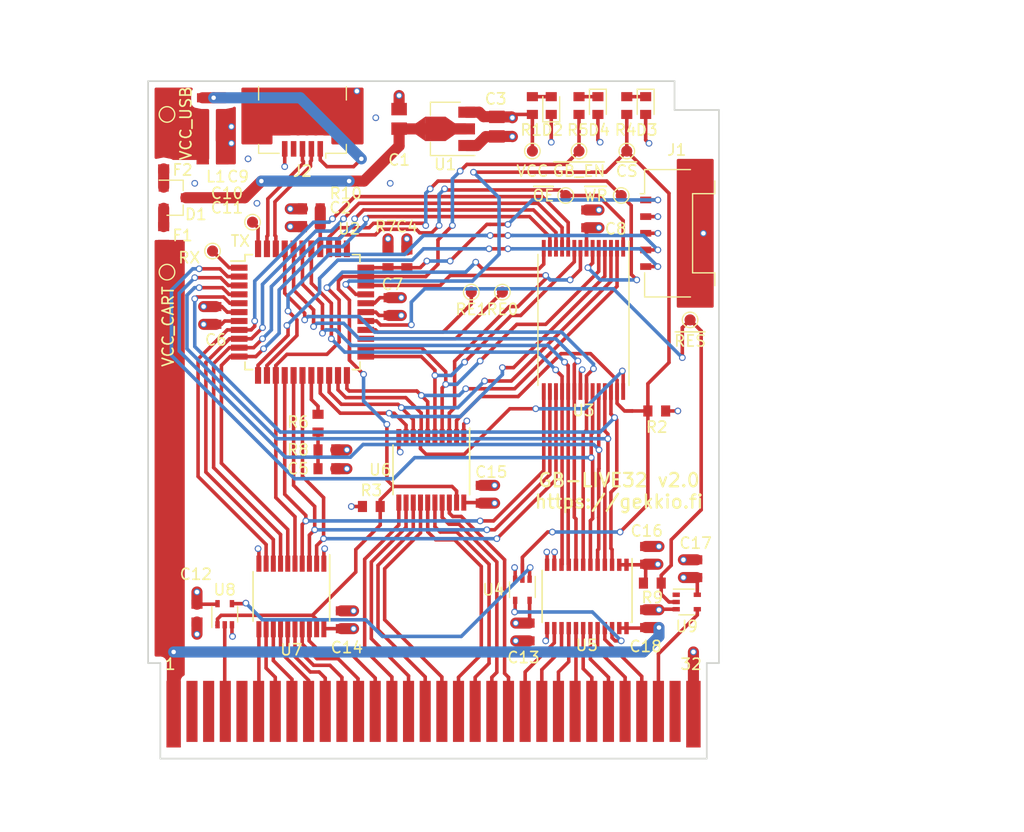
<source format=kicad_pcb>
(kicad_pcb (version 20171130) (host pcbnew 5.0.0-rc3-unknown-101b68b~65~ubuntu18.04.1)
  (title_block (title GB-LIVE32) (rev v2.0) (company https://gekkio.fi))
  (layers (0 F.Cu signal) (1 In1.Cu signal) (2 In2.Cu signal) (31 B.Cu signal) (34 B.Paste user) (35 F.Paste user) (36 B.SilkS user) (37 F.SilkS user) (38 B.Mask user) (39 F.Mask user) (44 Edge.Cuts user))
  (net 0 "")
  (net 1 "Net-(C1-Pad2)")
  (net 2 GND)
  (net 3 VCC)
  (net 4 "Net-(C5-Pad2)")
  (net 5 "Net-(C9-Pad1)")
  (net 6 /VCC_USB)
  (net 7 /VCC_CART)
  (net 8 "Net-(D1-Pad1)")
  (net 9 "Net-(D1-Pad2)")
  (net 10 "Net-(D2-Pad2)")
  (net 11 "Net-(D3-Pad1)")
  (net 12 "Net-(D4-Pad1)")
  (net 13 "Net-(J2-Pad4)")
  (net 14 "Net-(J3-Pad31)")
  (net 15 /gameboy/~GB_RES)
  (net 16 /gameboy/GB_D7)
  (net 17 /gameboy/GB_D6)
  (net 18 /gameboy/GB_D5)
  (net 19 /gameboy/GB_D4)
  (net 20 /gameboy/GB_D3)
  (net 21 /gameboy/GB_D2)
  (net 22 /gameboy/GB_D1)
  (net 23 /gameboy/GB_D0)
  (net 24 /gameboy/GB_A15)
  (net 25 /gameboy/GB_A14)
  (net 26 /gameboy/GB_A13)
  (net 27 /gameboy/GB_A12)
  (net 28 /gameboy/GB_A11)
  (net 29 /gameboy/GB_A10)
  (net 30 /gameboy/GB_A9)
  (net 31 /gameboy/GB_A8)
  (net 32 /gameboy/GB_A7)
  (net 33 /gameboy/GB_A6)
  (net 34 /gameboy/GB_A5)
  (net 35 /gameboy/GB_A4)
  (net 36 /gameboy/GB_A3)
  (net 37 /gameboy/GB_A2)
  (net 38 /gameboy/GB_A1)
  (net 39 /gameboy/GB_A0)
  (net 40 "Net-(J3-Pad5)")
  (net 41 /gameboy/~GB_RD)
  (net 42 "Net-(J3-Pad3)")
  (net 43 "Net-(J3-Pad2)")
  (net 44 /~CS)
  (net 45 /~GB_EN)
  (net 46 "Net-(R6-Pad1)")
  (net 47 /~GB_RES)
  (net 48 "Net-(TP2-Pad1)")
  (net 49 "Net-(TP3-Pad1)")
  (net 50 "Net-(TP4-Pad1)")
  (net 51 "Net-(TP5-Pad1)")
  (net 52 /~WR)
  (net 53 /~OE)
  (net 54 /D4)
  (net 55 /D5)
  (net 56 /D6)
  (net 57 /D7)
  (net 58 /A0)
  (net 59 /A1)
  (net 60 /A2)
  (net 61 /A3)
  (net 62 /A4)
  (net 63 /A5)
  (net 64 /A6)
  (net 65 /A7)
  (net 66 /A8)
  (net 67 /A9)
  (net 68 /A10)
  (net 69 /A11)
  (net 70 /A12)
  (net 71 /A13)
  (net 72 /A14)
  (net 73 "Net-(U2-Pad34)")
  (net 74 /D0)
  (net 75 /D1)
  (net 76 /D2)
  (net 77 /D3)
  (net 78 "Net-(U4-Pad1)")
  (net 79 "Net-(U4-Pad4)")
  (net 80 /USB_N)
  (net 81 /USB_P)
  (net 82 /VPP)
  (net 83 /PGD)
  (net 84 /PGC)
  (net 85 "Net-(C2-Pad1)")
  (module Gekkio_Package_SO:TSOP-I-28_11.8x8mm_P0.55mm_Pin1Middle (layer F.Cu) (at 113.5 60.5)
    (fp_text reference U3 (at 0 8.15) (layer F.SilkS))
    (fp_text value IS61LV256AL-10T hide)
    (pad 7 smd rect (at -3.575 -6.45 180) (size 0.35 1.5) (layers F.Cu F.Paste F.Mask) (net 62 /A4))
    (pad 8 smd rect (at -3.575 6.45 180) (size 0.35 1.5) (layers F.Cu F.Paste F.Mask) (net 63 /A5))
    (pad 6 smd rect (at -3.025 -6.45 180) (size 0.35 1.5) (layers F.Cu F.Paste F.Mask) (net 61 /A3))
    (pad 9 smd rect (at -3.025 6.45 180) (size 0.35 1.5) (layers F.Cu F.Paste F.Mask) (net 64 /A6))
    (pad 5 smd rect (at -2.475 -6.45 180) (size 0.35 1.5) (layers F.Cu F.Paste F.Mask) (net 60 /A2))
    (pad 10 smd rect (at -2.475 6.45 180) (size 0.35 1.5) (layers F.Cu F.Paste F.Mask) (net 65 /A7))
    (pad 4 smd rect (at -1.925 -6.45 180) (size 0.35 1.5) (layers F.Cu F.Paste F.Mask) (net 59 /A1))
    (pad 11 smd rect (at -1.925 6.45 180) (size 0.35 1.5) (layers F.Cu F.Paste F.Mask) (net 74 /D0))
    (pad 3 smd rect (at -1.375 -6.45 180) (size 0.35 1.5) (layers F.Cu F.Paste F.Mask) (net 58 /A0))
    (pad 12 smd rect (at -1.375 6.45 180) (size 0.35 1.5) (layers F.Cu F.Paste F.Mask) (net 75 /D1))
    (pad 2 smd rect (at -0.825 -6.45 180) (size 0.35 1.5) (layers F.Cu F.Paste F.Mask) (net 70 /A12))
    (pad 13 smd rect (at -0.825 6.45 180) (size 0.35 1.5) (layers F.Cu F.Paste F.Mask) (net 76 /D2))
    (pad 1 smd rect (at -0.275 -6.45 180) (size 0.35 1.5) (layers F.Cu F.Paste F.Mask) (net 72 /A14))
    (pad 14 smd rect (at -0.275 6.45 180) (size 0.35 1.5) (layers F.Cu F.Paste F.Mask) (net 2 GND))
    (pad 28 smd rect (at 0.275 -6.45 180) (size 0.35 1.5) (layers F.Cu F.Paste F.Mask) (net 3 VCC))
    (pad 15 smd rect (at 0.275 6.45 180) (size 0.35 1.5) (layers F.Cu F.Paste F.Mask) (net 77 /D3))
    (pad 27 smd rect (at 0.825 -6.45 180) (size 0.35 1.5) (layers F.Cu F.Paste F.Mask) (net 52 /~WR))
    (pad 16 smd rect (at 0.825 6.45 180) (size 0.35 1.5) (layers F.Cu F.Paste F.Mask) (net 54 /D4))
    (pad 26 smd rect (at 1.375 -6.45 180) (size 0.35 1.5) (layers F.Cu F.Paste F.Mask) (net 71 /A13))
    (pad 17 smd rect (at 1.375 6.45 180) (size 0.35 1.5) (layers F.Cu F.Paste F.Mask) (net 55 /D5))
    (pad 25 smd rect (at 1.925 -6.45 180) (size 0.35 1.5) (layers F.Cu F.Paste F.Mask) (net 66 /A8))
    (pad 18 smd rect (at 1.925 6.45 180) (size 0.35 1.5) (layers F.Cu F.Paste F.Mask) (net 56 /D6))
    (pad 24 smd rect (at 2.475 -6.45 180) (size 0.35 1.5) (layers F.Cu F.Paste F.Mask) (net 67 /A9))
    (pad 19 smd rect (at 2.475 6.45 180) (size 0.35 1.5) (layers F.Cu F.Paste F.Mask) (net 57 /D7))
    (pad 23 smd rect (at 3.025 -6.45 180) (size 0.35 1.5) (layers F.Cu F.Paste F.Mask) (net 69 /A11))
    (pad 20 smd rect (at 3.025 6.45 180) (size 0.35 1.5) (layers F.Cu F.Paste F.Mask) (net 44 /~CS))
    (pad 22 smd rect (at 3.575 -6.45 180) (size 0.35 1.5) (layers F.Cu F.Paste F.Mask) (net 53 /~OE))
    (pad 21 smd rect (at 3.575 6.45 180) (size 0.35 1.5) (layers F.Cu F.Paste F.Mask) (net 68 /A10))
  )
  (module Connector_Molex:Molex_Pico-Lock_504050-0591_1x05-1MP_P1.50mm_Horizontal (layer F.Cu) (at 121.9 52.7 270)
    (fp_text reference J1 (at -7.5 0) (layer F.SilkS))
    (fp_text value Conn_01x05 hide)
    (pad 1 smd rect (at -3 2.795 270) (size 0.6 1) (layers F.Cu F.Paste F.Mask) (net 82 /VPP))
    (pad 2 smd rect (at -1.5 2.795 270) (size 0.6 1) (layers F.Cu F.Paste F.Mask) (net 3 VCC))
    (pad 3 smd rect (at 0 2.795 270) (size 0.6 1) (layers F.Cu F.Paste F.Mask) (net 2 GND))
    (pad 4 smd rect (at 1.5 2.795 270) (size 0.6 1) (layers F.Cu F.Paste F.Mask) (net 83 /PGD))
    (pad 5 smd rect (at 3 2.795 270) (size 0.6 1) (layers F.Cu F.Paste F.Mask) (net 84 /PGC))
    (pad MP smd rect (at -5.605 -2.395 270) (size 1.25 1.8) (layers F.Cu F.Paste F.Mask) (net 2 GND))
    (pad MP smd rect (at 5.605 -2.395 270) (size 1.25 1.8) (layers F.Cu F.Paste F.Mask) (net 2 GND))
  )
  (module TestPoint:TestPoint_Pad_D1.0mm (layer F.Cu) (at 76 56.2)
    (fp_text reference TP1 hide)
    (fp_text value VCC_CART (at 0.1 4.9 90) (layer F.SilkS))
    (pad 1 smd circle (at 0 0) (size 1 1) (layers F.Cu F.Mask) (net 7 /VCC_CART))
  )
  (module TestPoint:TestPoint_Pad_D1.0mm (layer F.Cu) (at 106.2 58)
    (fp_text reference TP2 hide)
    (fp_text value RE0 (at 0 1.55) (layer F.SilkS))
    (pad 1 smd circle (at 0 0) (size 1 1) (layers F.Cu F.Mask) (net 48 "Net-(TP2-Pad1)"))
  )
  (module TestPoint:TestPoint_Pad_D1.0mm (layer F.Cu) (at 103.4 58)
    (fp_text reference TP3 hide)
    (fp_text value RE1 (at 0 1.55) (layer F.SilkS))
    (pad 1 smd circle (at 0 0) (size 1 1) (layers F.Cu F.Mask) (net 49 "Net-(TP3-Pad1)"))
  )
  (module TestPoint:TestPoint_Pad_D1.0mm (layer F.Cu) (at 83.7 51.7)
    (fp_text reference TP4 hide)
    (fp_text value TX (at -1.1 1.7) (layer F.SilkS))
    (pad 1 smd circle (at 0 0) (size 1 1) (layers F.Cu F.Mask) (net 50 "Net-(TP4-Pad1)"))
  )
  (module TestPoint:TestPoint_Pad_D1.0mm (layer F.Cu) (at 80.1 54.3)
    (fp_text reference TP5 hide)
    (fp_text value RX (at -2.1 0.6) (layer F.SilkS))
    (pad 1 smd circle (at 0 0) (size 1 1) (layers F.Cu F.Mask) (net 51 "Net-(TP5-Pad1)"))
  )
  (module TestPoint:TestPoint_Pad_D1.0mm (layer F.Cu) (at 108.9 45.3)
    (fp_text reference TP6 hide)
    (fp_text value VCC (at 0 1.8) (layer F.SilkS))
    (pad 1 smd circle (at 0 0) (size 1 1) (layers F.Cu F.Mask) (net 3 VCC))
  )
  (module TestPoint:TestPoint_Pad_D1.0mm (layer F.Cu) (at 117.4 45.3)
    (fp_text reference TP7 hide)
    (fp_text value ~CS (at 0 1.8) (layer F.SilkS))
    (pad 1 smd circle (at 0 0) (size 1 1) (layers F.Cu F.Mask) (net 44 /~CS))
  )
  (module TestPoint:TestPoint_Pad_D1.0mm (layer F.Cu) (at 113.1 45.3)
    (fp_text reference TP8 hide)
    (fp_text value ~GB_EN (at 0 1.8) (layer F.SilkS))
    (pad 1 smd circle (at 0 0) (size 1 1) (layers F.Cu F.Mask) (net 45 /~GB_EN))
  )
  (module TestPoint:TestPoint_Pad_D1.0mm (layer F.Cu) (at 116.9 49.3)
    (fp_text reference TP9 hide)
    (fp_text value ~WR (at -2.3 0) (layer F.SilkS))
    (pad 1 smd circle (at 0 0) (size 1 1) (layers F.Cu F.Mask) (net 52 /~WR))
  )
  (module TestPoint:TestPoint_Pad_D1.0mm (layer F.Cu) (at 111.9 49.3)
    (fp_text reference TP10 hide)
    (fp_text value ~OE (at -2 0) (layer F.SilkS))
    (pad 1 smd circle (at 0 0) (size 1 1) (layers F.Cu F.Mask) (net 53 /~OE))
  )
  (module TestPoint:TestPoint_Pad_D1.0mm (layer F.Cu) (at 76 42)
    (fp_text reference TP11 hide)
    (fp_text value VCC_USB (at 1.7 0.8 90) (layer F.SilkS))
    (pad 1 smd circle (at 0 0) (size 1 1) (layers F.Cu F.Mask) (net 6 /VCC_USB))
  )
  (module TestPoint:TestPoint_Pad_D1.0mm (layer F.Cu) (at 123.1 60.5)
    (fp_text reference TP12 hide)
    (fp_text value ~RES (at 0 1.9) (layer F.SilkS))
    (pad 1 smd circle (at 0 0) (size 1 1) (layers F.Cu F.Mask) (net 47 /~GB_RES))
  )
  (module Capacitor_SMD:C_0805_2012Metric (layer F.Cu) (at 96.9 42.4 270)
    (fp_text reference C1 (at 3.7 0) (layer F.SilkS))
    (fp_text value 4.7uF)
    (pad 2 smd rect (at 0.88 0 270) (size 1.12 1.4) (layers F.Cu F.Paste F.Mask) (net 1 "Net-(C1-Pad2)"))
    (pad 1 smd rect (at -0.88 0 270) (size 1.12 1.4) (layers F.Cu F.Paste F.Mask) (net 2 GND))
  )
  (module Capacitor_SMD:C_0603_1608Metric (layer F.Cu) (at 89 52.1 180)
    (fp_text reference C2 (at -2.6 1.7 180) (layer F.SilkS))
    (fp_text value 0.47uF)
    (pad 1 smd rect (at -0.8 0 180) (size 0.82 1) (layers F.Cu F.Paste F.Mask) (net 85 "Net-(C2-Pad1)"))
    (pad 2 smd rect (at 0.8 0 180) (size 0.82 1) (layers F.Cu F.Paste F.Mask) (net 2 GND))
  )
  (module Capacitor_SMD:C_0805_2012Metric (layer F.Cu) (at 105.7 43.1 90)
    (fp_text reference C3 (at 2.5 -0.1 180) (layer F.SilkS))
    (fp_text value 4.7uF)
    (pad 1 smd rect (at -0.88 0 90) (size 1.12 1.4) (layers F.Cu F.Paste F.Mask) (net 2 GND))
    (pad 2 smd rect (at 0.88 0 90) (size 1.12 1.4) (layers F.Cu F.Paste F.Mask) (net 3 VCC))
  )
  (module Capacitor_SMD:C_0603_1608Metric (layer F.Cu) (at 97.6 55 270)
    (fp_text reference C4 (at -2.9 0) (layer F.SilkS))
    (fp_text value 0.1uF)
    (pad 2 smd rect (at 0.8 0 270) (size 0.82 1) (layers F.Cu F.Paste F.Mask) (net 82 /VPP))
    (pad 1 smd rect (at -0.8 0 270) (size 0.82 1) (layers F.Cu F.Paste F.Mask) (net 2 GND))
  )
  (module Capacitor_SMD:C_0603_1608Metric (layer F.Cu) (at 90.4 73.9 180)
    (fp_text reference C5 (at 2.6 0 180) (layer F.SilkS))
    (fp_text value 0.1uF)
    (pad 1 smd rect (at -0.8 0 180) (size 0.82 1) (layers F.Cu F.Paste F.Mask) (net 2 GND))
    (pad 2 smd rect (at 0.8 0 180) (size 0.82 1) (layers F.Cu F.Paste F.Mask) (net 4 "Net-(C5-Pad2)"))
  )
  (module Capacitor_SMD:C_0603_1608Metric (layer F.Cu) (at 80.4 60.1 90)
    (fp_text reference C6 (at -2.2 0 180) (layer F.SilkS))
    (fp_text value 0.1uF)
    (pad 2 smd rect (at 0.8 0 90) (size 0.82 1) (layers F.Cu F.Paste F.Mask) (net 2 GND))
    (pad 1 smd rect (at -0.8 0 90) (size 0.82 1) (layers F.Cu F.Paste F.Mask) (net 3 VCC))
  )
  (module Capacitor_SMD:C_0603_1608Metric (layer F.Cu) (at 96 59.3 90)
    (fp_text reference C7 (at 2 0.3 180) (layer F.SilkS))
    (fp_text value 0.1uF)
    (pad 1 smd rect (at -0.8 0 90) (size 0.82 1) (layers F.Cu F.Paste F.Mask) (net 3 VCC))
    (pad 2 smd rect (at 0.8 0 90) (size 0.82 1) (layers F.Cu F.Paste F.Mask) (net 2 GND))
  )
  (module Capacitor_SMD:C_0603_1608Metric (layer F.Cu) (at 113.8 51.4 90)
    (fp_text reference C8 (at -0.9 2.6 180) (layer F.SilkS))
    (fp_text value 0.1uF)
    (pad 1 smd rect (at -0.8 0 90) (size 0.82 1) (layers F.Cu F.Paste F.Mask) (net 3 VCC))
    (pad 2 smd rect (at 0.8 0 90) (size 0.82 1) (layers F.Cu F.Paste F.Mask) (net 2 GND))
  )
  (module Capacitor_SMD:C_0603_1608Metric (layer F.Cu) (at 81.2 41.3 270)
    (fp_text reference C9 (at 6.3 -1.2) (layer F.SilkS))
    (fp_text value 0.1uF)
    (pad 1 smd rect (at -0.8 0 270) (size 0.82 1) (layers F.Cu F.Paste F.Mask) (net 5 "Net-(C9-Pad1)"))
    (pad 2 smd rect (at 0.8 0 270) (size 0.82 1) (layers F.Cu F.Paste F.Mask) (net 2 GND))
  )
  (module Capacitor_SMD:C_0603_1608Metric (layer F.Cu) (at 80 43.9)
    (fp_text reference C10 (at 1.4 5.2) (layer F.SilkS))
    (fp_text value 0.1uF)
    (pad 2 smd rect (at 0.8 0) (size 0.82 1) (layers F.Cu F.Paste F.Mask) (net 2 GND))
    (pad 1 smd rect (at -0.8 0) (size 0.82 1) (layers F.Cu F.Paste F.Mask) (net 6 /VCC_USB))
  )
  (module Capacitor_SMD:C_0805_2012Metric (layer F.Cu) (at 80.1 45.8 180)
    (fp_text reference C11 (at -1.3 -4.6 180) (layer F.SilkS))
    (fp_text value 4.7uF)
    (pad 1 smd rect (at -0.88 0 180) (size 1.12 1.4) (layers F.Cu F.Paste F.Mask) (net 2 GND))
    (pad 2 smd rect (at 0.88 0 180) (size 1.12 1.4) (layers F.Cu F.Paste F.Mask) (net 6 /VCC_USB))
  )
  (module Capacitor_SMD:C_0603_1608Metric (layer F.Cu) (at 78.7 86.9 270)
    (fp_text reference C12 (at -3.5 0.1) (layer F.SilkS))
    (fp_text value 0.1uF)
    (pad 1 smd rect (at -0.8 0 270) (size 0.82 1) (layers F.Cu F.Paste F.Mask) (net 3 VCC))
    (pad 2 smd rect (at 0.8 0 270) (size 0.82 1) (layers F.Cu F.Paste F.Mask) (net 2 GND))
  )
  (module Capacitor_SMD:C_0603_1608Metric (layer F.Cu) (at 108.6 88.6 270)
    (fp_text reference C13 (at 2.3 0.5) (layer F.SilkS))
    (fp_text value 0.1uF)
    (pad 2 smd rect (at 0.8 0 270) (size 0.82 1) (layers F.Cu F.Paste F.Mask) (net 2 GND))
    (pad 1 smd rect (at -0.8 0 270) (size 0.82 1) (layers F.Cu F.Paste F.Mask) (net 3 VCC))
  )
  (module Capacitor_SMD:C_0603_1608Metric (layer F.Cu) (at 91.7 87.5 90)
    (fp_text reference C14 (at -2.5 0.5 180) (layer F.SilkS))
    (fp_text value 0.1uF)
    (pad 1 smd rect (at -0.8 0 90) (size 0.82 1) (layers F.Cu F.Paste F.Mask) (net 3 VCC))
    (pad 2 smd rect (at 0.8 0 90) (size 0.82 1) (layers F.Cu F.Paste F.Mask) (net 2 GND))
  )
  (module Capacitor_SMD:C_0603_1608Metric (layer F.Cu) (at 104.3 76.2 90)
    (fp_text reference C15 (at 2 0.9 180) (layer F.SilkS))
    (fp_text value 0.1uF)
    (pad 1 smd rect (at -0.8 0 90) (size 0.82 1) (layers F.Cu F.Paste F.Mask) (net 3 VCC))
    (pad 2 smd rect (at 0.8 0 90) (size 0.82 1) (layers F.Cu F.Paste F.Mask) (net 2 GND))
  )
  (module Capacitor_SMD:C_0603_1608Metric (layer F.Cu) (at 119.1 81.7 90)
    (fp_text reference C16 (at 2.2 0.1 180) (layer F.SilkS))
    (fp_text value 0.1uF)
    (pad 2 smd rect (at 0.8 0 90) (size 0.82 1) (layers F.Cu F.Paste F.Mask) (net 2 GND))
    (pad 1 smd rect (at -0.8 0 90) (size 0.82 1) (layers F.Cu F.Paste F.Mask) (net 3 VCC))
  )
  (module Capacitor_SMD:C_0603_1608Metric (layer F.Cu) (at 123.7 82.9 90)
    (fp_text reference C17 (at 2.3 -0.1 180) (layer F.SilkS))
    (fp_text value 0.1uF)
    (pad 2 smd rect (at 0.8 0 90) (size 0.82 1) (layers F.Cu F.Paste F.Mask) (net 2 GND))
    (pad 1 smd rect (at -0.8 0 90) (size 0.82 1) (layers F.Cu F.Paste F.Mask) (net 3 VCC))
  )
  (module Capacitor_SMD:C_0603_1608Metric (layer F.Cu) (at 119.1 87.4 90)
    (fp_text reference C18 (at -2.5 0 180) (layer F.SilkS))
    (fp_text value 0.1uF)
    (pad 1 smd rect (at -0.8 0 90) (size 0.82 1) (layers F.Cu F.Paste F.Mask) (net 7 /VCC_CART))
    (pad 2 smd rect (at 0.8 0 90) (size 0.82 1) (layers F.Cu F.Paste F.Mask) (net 2 GND))
  )
  (module Package_TO_SOT_SMD:SOT-23 (layer F.Cu) (at 76.7 49.5)
    (fp_text reference D1 (at 1.9 1.5) (layer F.SilkS))
    (fp_text value BAT54C hide)
    (pad 1 smd rect (at -1 -0.95) (size 0.9 0.8) (layers F.Cu F.Paste F.Mask) (net 8 "Net-(D1-Pad1)"))
    (pad 2 smd rect (at -1 0.95) (size 0.9 0.8) (layers F.Cu F.Paste F.Mask) (net 9 "Net-(D1-Pad2)"))
    (pad 3 smd rect (at 1 0) (size 0.9 0.8) (layers F.Cu F.Paste F.Mask) (net 1 "Net-(C1-Pad2)"))
  )
  (module LED_SMD:LED_0603_1608Metric (layer F.Cu) (at 110.6 41.2 90)
    (fp_text reference D2 (at -2.2 0.1 180) (layer F.SilkS))
    (fp_text value LED hide)
    (pad 2 smd rect (at 0.8 0 90) (size 0.82 1) (layers F.Cu F.Paste F.Mask) (net 10 "Net-(D2-Pad2)"))
    (pad 1 smd rect (at -0.8 0 90) (size 0.82 1) (layers F.Cu F.Paste F.Mask) (net 2 GND))
  )
  (module LED_SMD:LED_0603_1608Metric (layer F.Cu) (at 119.1 41.2 270)
    (fp_text reference D3 (at 2.2 -0.1) (layer F.SilkS))
    (fp_text value LED hide)
    (pad 1 smd rect (at -0.8 0 270) (size 0.82 1) (layers F.Cu F.Paste F.Mask) (net 11 "Net-(D3-Pad1)"))
    (pad 2 smd rect (at 0.8 0 270) (size 0.82 1) (layers F.Cu F.Paste F.Mask) (net 3 VCC))
  )
  (module LED_SMD:LED_0603_1608Metric (layer F.Cu) (at 114.8 41.2 270)
    (fp_text reference D4 (at 2.2 -0.1) (layer F.SilkS))
    (fp_text value LED hide)
    (pad 1 smd rect (at -0.8 0 270) (size 0.82 1) (layers F.Cu F.Paste F.Mask) (net 12 "Net-(D4-Pad1)"))
    (pad 2 smd rect (at 0.8 0 270) (size 0.82 1) (layers F.Cu F.Paste F.Mask) (net 3 VCC))
  )
  (module Fuse:Fuse_0603_1608Metric (layer F.Cu) (at 75.7 52.9 270)
    (fp_text reference F1 (at 0 -1.7) (layer F.SilkS))
    (fp_text value Fuse hide)
    (pad 1 smd rect (at -0.8 0 270) (size 0.82 1) (layers F.Cu F.Paste F.Mask) (net 9 "Net-(D1-Pad2)"))
    (pad 2 smd rect (at 0.8 0 270) (size 0.82 1) (layers F.Cu F.Paste F.Mask) (net 7 /VCC_CART))
  )
  (module Fuse:Fuse_0603_1608Metric (layer F.Cu) (at 75.7 46.1 90)
    (fp_text reference F2 (at -0.9 1.7 180) (layer F.SilkS))
    (fp_text value Fuse hide)
    (pad 2 smd rect (at 0.8 0 90) (size 0.82 1) (layers F.Cu F.Paste F.Mask) (net 6 /VCC_USB))
    (pad 1 smd rect (at -0.8 0 90) (size 0.82 1) (layers F.Cu F.Paste F.Mask) (net 8 "Net-(D1-Pad1)"))
  )
  (module Gekkio_Connector_USB:USB_Mini-B_Hirose_UX60SC-MB-5ST80_Horizontal (layer F.Cu) (at 88.2 43.3 180)
    (fp_text reference J2 (at 0 -3.8 180) (layer F.SilkS))
    (fp_text value USB_B_Mini)
    (pad 1 smd rect (at -1.6 -1.8 180) (size 0.5 1.4) (layers F.Cu F.Paste F.Mask) (net 5 "Net-(C9-Pad1)"))
    (pad 2 smd rect (at -0.8 -1.8 180) (size 0.5 1.4) (layers F.Cu F.Paste F.Mask) (net 80 /USB_N))
    (pad 3 smd rect (at 0 -1.8 180) (size 0.5 1.4) (layers F.Cu F.Paste F.Mask) (net 81 /USB_P))
    (pad 4 smd rect (at 0.8 -1.8 180) (size 0.5 1.4) (layers F.Cu F.Paste F.Mask) (net 13 "Net-(J2-Pad4)"))
    (pad 5 smd rect (at 1.6 -1.8 180) (size 0.5 1.4) (layers F.Cu F.Paste F.Mask) (net 2 GND))
    (pad 6 smd rect (at -4.2 0.6 180) (size 2.5 3.8) (layers F.Cu F.Paste F.Mask) (net 2 GND))
    (pad 6 smd rect (at 4.2 0.6 180) (size 2.5 3.8) (layers F.Cu F.Paste F.Mask) (net 2 GND))
  )
  (module Gekkio_Connector_PCBEdge:GameBoy_Cartridge_1x32_P1.50mm_Edge (layer F.Cu) (at 100 96)
    (fp_text reference J3 hide)
    (fp_text value GameBoy_Cartridge hide)
    (fp_text user 32 (at 23.2 -4.5) (layer F.SilkS))
    (fp_text user 1 (at -23.7 -4.5) (layer F.SilkS))
    (pad 32 connect rect (at 23.4 0 90) (size 6 1.3) (layers F.Cu F.Mask) (net 2 GND))
    (pad 31 connect rect (at 21.75 -0.25 90) (size 5.5 1) (layers F.Cu F.Mask) (net 14 "Net-(J3-Pad31)"))
    (pad 30 connect rect (at 20.25 -0.25 90) (size 5.5 1) (layers F.Cu F.Mask) (net 15 /gameboy/~GB_RES))
    (pad 29 connect rect (at 18.75 -0.25 90) (size 5.5 1) (layers F.Cu F.Mask) (net 16 /gameboy/GB_D7))
    (pad 28 connect rect (at 17.25 -0.25 90) (size 5.5 1) (layers F.Cu F.Mask) (net 17 /gameboy/GB_D6))
    (pad 27 connect rect (at 15.75 -0.25 90) (size 5.5 1) (layers F.Cu F.Mask) (net 18 /gameboy/GB_D5))
    (pad 26 connect rect (at 14.25 -0.25 90) (size 5.5 1) (layers F.Cu F.Mask) (net 19 /gameboy/GB_D4))
    (pad 25 connect rect (at 12.75 -0.25 90) (size 5.5 1) (layers F.Cu F.Mask) (net 20 /gameboy/GB_D3))
    (pad 24 connect rect (at 11.25 -0.25 90) (size 5.5 1) (layers F.Cu F.Mask) (net 21 /gameboy/GB_D2))
    (pad 23 connect rect (at 9.75 -0.25 90) (size 5.5 1) (layers F.Cu F.Mask) (net 22 /gameboy/GB_D1))
    (pad 22 connect rect (at 8.25 -0.25 90) (size 5.5 1) (layers F.Cu F.Mask) (net 23 /gameboy/GB_D0))
    (pad 21 connect rect (at 6.75 -0.25 90) (size 5.5 1) (layers F.Cu F.Mask) (net 24 /gameboy/GB_A15))
    (pad 20 connect rect (at 5.25 -0.25 90) (size 5.5 1) (layers F.Cu F.Mask) (net 25 /gameboy/GB_A14))
    (pad 19 connect rect (at 3.75 -0.25 90) (size 5.5 1) (layers F.Cu F.Mask) (net 26 /gameboy/GB_A13))
    (pad 18 connect rect (at 2.25 -0.25 90) (size 5.5 1) (layers F.Cu F.Mask) (net 27 /gameboy/GB_A12))
    (pad 17 connect rect (at 0.75 -0.25 90) (size 5.5 1) (layers F.Cu F.Mask) (net 28 /gameboy/GB_A11))
    (pad 16 connect rect (at -0.75 -0.25 90) (size 5.5 1) (layers F.Cu F.Mask) (net 29 /gameboy/GB_A10))
    (pad 15 connect rect (at -2.25 -0.25 90) (size 5.5 1) (layers F.Cu F.Mask) (net 30 /gameboy/GB_A9))
    (pad 14 connect rect (at -3.75 -0.25 90) (size 5.5 1) (layers F.Cu F.Mask) (net 31 /gameboy/GB_A8))
    (pad 13 connect rect (at -5.25 -0.25 90) (size 5.5 1) (layers F.Cu F.Mask) (net 32 /gameboy/GB_A7))
    (pad 12 connect rect (at -6.75 -0.25 90) (size 5.5 1) (layers F.Cu F.Mask) (net 33 /gameboy/GB_A6))
    (pad 11 connect rect (at -8.25 -0.25 90) (size 5.5 1) (layers F.Cu F.Mask) (net 34 /gameboy/GB_A5))
    (pad 10 connect rect (at -9.75 -0.25 90) (size 5.5 1) (layers F.Cu F.Mask) (net 35 /gameboy/GB_A4))
    (pad 9 connect rect (at -11.25 -0.25 90) (size 5.5 1) (layers F.Cu F.Mask) (net 36 /gameboy/GB_A3))
    (pad 8 connect rect (at -12.75 -0.25 90) (size 5.5 1) (layers F.Cu F.Mask) (net 37 /gameboy/GB_A2))
    (pad 7 connect rect (at -14.25 -0.25 90) (size 5.5 1) (layers F.Cu F.Mask) (net 38 /gameboy/GB_A1))
    (pad 6 connect rect (at -15.75 -0.25 90) (size 5.5 1) (layers F.Cu F.Mask) (net 39 /gameboy/GB_A0))
    (pad 5 connect rect (at -17.25 -0.25 90) (size 5.5 1) (layers F.Cu F.Mask) (net 40 "Net-(J3-Pad5)"))
    (pad 4 connect rect (at -18.75 -0.25 90) (size 5.5 1) (layers F.Cu F.Mask) (net 41 /gameboy/~GB_RD))
    (pad 3 connect rect (at -20.25 -0.25 90) (size 5.5 1) (layers F.Cu F.Mask) (net 42 "Net-(J3-Pad3)"))
    (pad 1 connect rect (at -23.4 0 90) (size 6 1.3) (layers F.Cu F.Mask) (net 7 /VCC_CART))
    (pad 2 connect rect (at -21.75 -0.25 90) (size 5.5 1) (layers F.Cu F.Mask) (net 43 "Net-(J3-Pad2)"))
  )
  (module Inductor_SMD:L_0603_1608Metric (layer F.Cu) (at 79.2 41.3 90)
    (fp_text reference L1 (at -6.3 1.2 180) (layer F.SilkS))
    (fp_text value Ferrite_Bead hide)
    (pad 1 smd rect (at -0.8 0 90) (size 0.82 1) (layers F.Cu F.Paste F.Mask) (net 6 /VCC_USB))
    (pad 2 smd rect (at 0.8 0 90) (size 0.82 1) (layers F.Cu F.Paste F.Mask) (net 5 "Net-(C9-Pad1)"))
  )
  (module Resistor_SMD:R_0603_1608Metric (layer F.Cu) (at 108.9 41.2 90)
    (fp_text reference R1 (at -2.2 -0.1 180) (layer F.SilkS))
    (fp_text value 3.3k)
    (pad 1 smd rect (at -0.8 0 90) (size 0.82 1) (layers F.Cu F.Paste F.Mask) (net 3 VCC))
    (pad 2 smd rect (at 0.8 0 90) (size 0.82 1) (layers F.Cu F.Paste F.Mask) (net 10 "Net-(D2-Pad2)"))
  )
  (module Resistor_SMD:R_0603_1608Metric (layer F.Cu) (at 120.1 68.7 180)
    (fp_text reference R2 (at 0 -1.45 180) (layer F.SilkS))
    (fp_text value 10k)
    (pad 2 smd rect (at 0.8 0 180) (size 0.82 1) (layers F.Cu F.Paste F.Mask) (net 44 /~CS))
    (pad 1 smd rect (at -0.8 0 180) (size 0.82 1) (layers F.Cu F.Paste F.Mask) (net 3 VCC))
  )
  (module Resistor_SMD:R_0603_1608Metric (layer F.Cu) (at 94.4 77.3)
    (fp_text reference R3 (at 0 -1.45) (layer F.SilkS))
    (fp_text value 10k)
    (pad 2 smd rect (at 0.8 0) (size 0.82 1) (layers F.Cu F.Paste F.Mask) (net 45 /~GB_EN))
    (pad 1 smd rect (at -0.8 0) (size 0.82 1) (layers F.Cu F.Paste F.Mask) (net 3 VCC))
  )
  (module Resistor_SMD:R_0603_1608Metric (layer F.Cu) (at 117.4 41.2 90)
    (fp_text reference R4 (at -2.2 -0.1 180) (layer F.SilkS))
    (fp_text value 3.3k)
    (pad 1 smd rect (at -0.8 0 90) (size 0.82 1) (layers F.Cu F.Paste F.Mask) (net 44 /~CS))
    (pad 2 smd rect (at 0.8 0 90) (size 0.82 1) (layers F.Cu F.Paste F.Mask) (net 11 "Net-(D3-Pad1)"))
  )
  (module Resistor_SMD:R_0603_1608Metric (layer F.Cu) (at 113.1 41.2 90)
    (fp_text reference R5 (at -2.2 -0.1 180) (layer F.SilkS))
    (fp_text value 3.3k)
    (pad 1 smd rect (at -0.8 0 90) (size 0.82 1) (layers F.Cu F.Paste F.Mask) (net 45 /~GB_EN))
    (pad 2 smd rect (at 0.8 0 90) (size 0.82 1) (layers F.Cu F.Paste F.Mask) (net 12 "Net-(D4-Pad1)"))
  )
  (module Resistor_SMD:R_0603_1608Metric (layer F.Cu) (at 89.6 69.8 270)
    (fp_text reference R6 (at -0.1 1.8) (layer F.SilkS))
    (fp_text value 470)
    (pad 1 smd rect (at -0.8 0 270) (size 0.82 1) (layers F.Cu F.Paste F.Mask) (net 46 "Net-(R6-Pad1)"))
    (pad 2 smd rect (at 0.8 0 270) (size 0.82 1) (layers F.Cu F.Paste F.Mask) (net 4 "Net-(C5-Pad2)"))
  )
  (module Resistor_SMD:R_0603_1608Metric (layer F.Cu) (at 95.9 55 270)
    (fp_text reference R7 (at -2.9 0.2) (layer F.SilkS))
    (fp_text value 10k)
    (pad 2 smd rect (at 0.8 0 270) (size 0.82 1) (layers F.Cu F.Paste F.Mask) (net 82 /VPP))
    (pad 1 smd rect (at -0.8 0 270) (size 0.82 1) (layers F.Cu F.Paste F.Mask) (net 3 VCC))
  )
  (module Resistor_SMD:R_0603_1608Metric (layer F.Cu) (at 90.4 72.2 180)
    (fp_text reference R8 (at 2.6 0 180) (layer F.SilkS))
    (fp_text value 10k)
    (pad 2 smd rect (at 0.8 0 180) (size 0.82 1) (layers F.Cu F.Paste F.Mask) (net 4 "Net-(C5-Pad2)"))
    (pad 1 smd rect (at -0.8 0 180) (size 0.82 1) (layers F.Cu F.Paste F.Mask) (net 3 VCC))
  )
  (module Resistor_SMD:R_0603_1608Metric (layer F.Cu) (at 119.7 84.2)
    (fp_text reference R9 (at 0 1.3) (layer F.SilkS))
    (fp_text value 10k)
    (pad 1 smd rect (at -0.8 0) (size 0.82 1) (layers F.Cu F.Paste F.Mask) (net 3 VCC))
    (pad 2 smd rect (at 0.8 0) (size 0.82 1) (layers F.Cu F.Paste F.Mask) (net 47 /~GB_RES))
  )
  (module Package_TO_SOT_SMD:SOT-89-3 (layer F.Cu) (at 101.5 43.3 180)
    (fp_text reference U1 (at 0.45 -3.2 180) (layer F.SilkS))
    (fp_text value MCP1703A-3302_SOT89 hide)
    (pad 2 smd trapezoid (at 2.667 0 90) (size 1.6 0.85) (rect_delta 0 0.6) (layers F.Cu F.Paste F.Mask) (net 1 "Net-(C1-Pad2)"))
    (pad 1 smd rect (at -1.48 -1.5 90) (size 1 1.5) (layers F.Cu F.Paste F.Mask) (net 2 GND))
    (pad 2 smd rect (at -1.3335 0 90) (size 1 1.8) (layers F.Cu F.Paste F.Mask) (net 1 "Net-(C1-Pad2)"))
    (pad 3 smd rect (at -1.48 1.5 90) (size 1 1.5) (layers F.Cu F.Paste F.Mask) (net 3 VCC))
    (pad 2 smd rect (at 1.3335 0 90) (size 2.2 1.84) (layers F.Cu F.Paste F.Mask) (net 1 "Net-(C1-Pad2)"))
    (pad 2 smd trapezoid (at -0.0762 0 270) (size 1.5 1) (rect_delta 0 0.7) (layers F.Cu F.Paste F.Mask) (net 1 "Net-(C1-Pad2)"))
  )
  (module Package_QFP:TQFP-44_10x10mm_P0.8mm (layer F.Cu) (at 88.2 59.8)
    (fp_text reference U2 (at 4.2 -7.5) (layer F.SilkS))
    (fp_text value PIC18LF45K50_QFP)
    (pad 44 smd rect (at -4 -5.7 90) (size 1.5 0.55) (layers F.Cu F.Paste F.Mask) (net 50 "Net-(TP4-Pad1)"))
    (pad 43 smd rect (at -3.2 -5.7 90) (size 1.5 0.55) (layers F.Cu F.Paste F.Mask) (net 81 /USB_P))
    (pad 42 smd rect (at -2.4 -5.7 90) (size 1.5 0.55) (layers F.Cu F.Paste F.Mask) (net 80 /USB_N))
    (pad 41 smd rect (at -1.6 -5.7 90) (size 1.5 0.55) (layers F.Cu F.Paste F.Mask) (net 77 /D3))
    (pad 40 smd rect (at -0.8 -5.7 90) (size 1.5 0.55) (layers F.Cu F.Paste F.Mask) (net 76 /D2))
    (pad 39 smd rect (at 0 -5.7 90) (size 1.5 0.55) (layers F.Cu F.Paste F.Mask) (net 75 /D1))
    (pad 38 smd rect (at 0.8 -5.7 90) (size 1.5 0.55) (layers F.Cu F.Paste F.Mask) (net 74 /D0))
    (pad 37 smd rect (at 1.6 -5.7 90) (size 1.5 0.55) (layers F.Cu F.Paste F.Mask) (net 85 "Net-(C2-Pad1)"))
    (pad 36 smd rect (at 2.4 -5.7 90) (size 1.5 0.55) (layers F.Cu F.Paste F.Mask) (net 52 /~WR))
    (pad 35 smd rect (at 3.2 -5.7 90) (size 1.5 0.55) (layers F.Cu F.Paste F.Mask) (net 53 /~OE))
    (pad 34 smd rect (at 4 -5.7 90) (size 1.5 0.55) (layers F.Cu F.Paste F.Mask) (net 73 "Net-(U2-Pad34)"))
    (pad 33 smd rect (at 5.7 -4) (size 1.5 0.55) (layers F.Cu F.Paste F.Mask) (net 82 /VPP))
    (pad 32 smd rect (at 5.7 -3.2) (size 1.5 0.55) (layers F.Cu F.Paste F.Mask) (net 45 /~GB_EN))
    (pad 31 smd rect (at 5.7 -2.4) (size 1.5 0.55) (layers F.Cu F.Paste F.Mask) (net 72 /A14))
    (pad 30 smd rect (at 5.7 -1.6) (size 1.5 0.55) (layers F.Cu F.Paste F.Mask) (net 44 /~CS))
    (pad 29 smd rect (at 5.7 -0.8) (size 1.5 0.55) (layers F.Cu F.Paste F.Mask) (net 2 GND))
    (pad 28 smd rect (at 5.7 0) (size 1.5 0.55) (layers F.Cu F.Paste F.Mask) (net 3 VCC))
    (pad 27 smd rect (at 5.7 0.8) (size 1.5 0.55) (layers F.Cu F.Paste F.Mask) (net 47 /~GB_RES))
    (pad 26 smd rect (at 5.7 1.6) (size 1.5 0.55) (layers F.Cu F.Paste F.Mask) (net 49 "Net-(TP3-Pad1)"))
    (pad 25 smd rect (at 5.7 2.4) (size 1.5 0.55) (layers F.Cu F.Paste F.Mask) (net 48 "Net-(TP2-Pad1)"))
    (pad 24 smd rect (at 5.7 3.2) (size 1.5 0.55) (layers F.Cu F.Paste F.Mask) (net 71 /A13))
    (pad 23 smd rect (at 5.7 4) (size 1.5 0.55) (layers F.Cu F.Paste F.Mask) (net 70 /A12))
    (pad 22 smd rect (at 4 5.7 90) (size 1.5 0.55) (layers F.Cu F.Paste F.Mask) (net 69 /A11))
    (pad 21 smd rect (at 3.2 5.7 90) (size 1.5 0.55) (layers F.Cu F.Paste F.Mask) (net 68 /A10))
    (pad 20 smd rect (at 2.4 5.7 90) (size 1.5 0.55) (layers F.Cu F.Paste F.Mask) (net 67 /A9))
    (pad 19 smd rect (at 1.6 5.7 90) (size 1.5 0.55) (layers F.Cu F.Paste F.Mask) (net 66 /A8))
    (pad 18 smd rect (at 0.8 5.7 90) (size 1.5 0.55) (layers F.Cu F.Paste F.Mask) (net 46 "Net-(R6-Pad1)"))
    (pad 17 smd rect (at 0 5.7 90) (size 1.5 0.55) (layers F.Cu F.Paste F.Mask) (net 65 /A7))
    (pad 16 smd rect (at -0.8 5.7 90) (size 1.5 0.55) (layers F.Cu F.Paste F.Mask) (net 64 /A6))
    (pad 15 smd rect (at -1.6 5.7 90) (size 1.5 0.55) (layers F.Cu F.Paste F.Mask) (net 63 /A5))
    (pad 14 smd rect (at -2.4 5.7 90) (size 1.5 0.55) (layers F.Cu F.Paste F.Mask) (net 62 /A4))
    (pad 13 smd rect (at -3.2 5.7 90) (size 1.5 0.55) (layers F.Cu F.Paste F.Mask) (net 83 /PGD))
    (pad 12 smd rect (at -4 5.7 90) (size 1.5 0.55) (layers F.Cu F.Paste F.Mask) (net 84 /PGC))
    (pad 11 smd rect (at -5.7 4) (size 1.5 0.55) (layers F.Cu F.Paste F.Mask) (net 61 /A3))
    (pad 10 smd rect (at -5.7 3.2) (size 1.5 0.55) (layers F.Cu F.Paste F.Mask) (net 60 /A2))
    (pad 9 smd rect (at -5.7 2.4) (size 1.5 0.55) (layers F.Cu F.Paste F.Mask) (net 59 /A1))
    (pad 8 smd rect (at -5.7 1.6) (size 1.5 0.55) (layers F.Cu F.Paste F.Mask) (net 58 /A0))
    (pad 7 smd rect (at -5.7 0.8) (size 1.5 0.55) (layers F.Cu F.Paste F.Mask) (net 3 VCC))
    (pad 6 smd rect (at -5.7 0) (size 1.5 0.55) (layers F.Cu F.Paste F.Mask) (net 2 GND))
    (pad 5 smd rect (at -5.7 -0.8) (size 1.5 0.55) (layers F.Cu F.Paste F.Mask) (net 57 /D7))
    (pad 4 smd rect (at -5.7 -1.6) (size 1.5 0.55) (layers F.Cu F.Paste F.Mask) (net 56 /D6))
    (pad 3 smd rect (at -5.7 -2.4) (size 1.5 0.55) (layers F.Cu F.Paste F.Mask) (net 55 /D5))
    (pad 2 smd rect (at -5.7 -3.2) (size 1.5 0.55) (layers F.Cu F.Paste F.Mask) (net 54 /D4))
    (pad 1 smd rect (at -5.7 -4) (size 1.5 0.55) (layers F.Cu F.Paste F.Mask) (net 51 "Net-(TP5-Pad1)"))
  )
  (module Package_TO_SOT_SMD:SOT-353_SC-70-5 (layer F.Cu) (at 108 84.8 270)
    (fp_text reference U4 (at 0 2.6) (layer F.SilkS))
    (fp_text value 74LVC1G32 hide)
    (pad 1 smd rect (at -0.95 -0.65 270) (size 0.65 0.4) (layers F.Cu F.Paste F.Mask) (net 78 "Net-(U4-Pad1)"))
    (pad 3 smd rect (at -0.95 0.65 270) (size 0.65 0.4) (layers F.Cu F.Paste F.Mask) (net 2 GND))
    (pad 2 smd rect (at -0.95 0 270) (size 0.65 0.4) (layers F.Cu F.Paste F.Mask) (net 44 /~CS))
    (pad 4 smd rect (at 0.95 0.65 270) (size 0.65 0.4) (layers F.Cu F.Paste F.Mask) (net 79 "Net-(U4-Pad4)"))
    (pad 5 smd rect (at 0.95 -0.65 270) (size 0.65 0.4) (layers F.Cu F.Paste F.Mask) (net 3 VCC))
  )
  (module Package_SO:TSSOP-24_4.4x7.8mm_P0.65mm (layer F.Cu) (at 113.8 85.4 270)
    (fp_text reference U5 (at 4.4 0) (layer F.SilkS))
    (fp_text value 74LVC8T245PW hide)
    (pad 1 smd rect (at -2.85 -3.575 270) (size 1.1 0.4) (layers F.Cu F.Paste F.Mask) (net 3 VCC))
    (pad 2 smd rect (at -2.85 -2.925 270) (size 1.1 0.4) (layers F.Cu F.Paste F.Mask) (net 3 VCC))
    (pad 3 smd rect (at -2.85 -2.275 270) (size 1.1 0.4) (layers F.Cu F.Paste F.Mask) (net 57 /D7))
    (pad 4 smd rect (at -2.85 -1.625 270) (size 1.1 0.4) (layers F.Cu F.Paste F.Mask) (net 56 /D6))
    (pad 5 smd rect (at -2.85 -0.975 270) (size 1.1 0.4) (layers F.Cu F.Paste F.Mask) (net 55 /D5))
    (pad 6 smd rect (at -2.85 -0.325 270) (size 1.1 0.4) (layers F.Cu F.Paste F.Mask) (net 54 /D4))
    (pad 7 smd rect (at -2.85 0.325 270) (size 1.1 0.4) (layers F.Cu F.Paste F.Mask) (net 77 /D3))
    (pad 8 smd rect (at -2.85 0.975 270) (size 1.1 0.4) (layers F.Cu F.Paste F.Mask) (net 76 /D2))
    (pad 9 smd rect (at -2.85 1.625 270) (size 1.1 0.4) (layers F.Cu F.Paste F.Mask) (net 75 /D1))
    (pad 10 smd rect (at -2.85 2.275 270) (size 1.1 0.4) (layers F.Cu F.Paste F.Mask) (net 74 /D0))
    (pad 11 smd rect (at -2.85 2.925 270) (size 1.1 0.4) (layers F.Cu F.Paste F.Mask) (net 2 GND))
    (pad 12 smd rect (at -2.85 3.575 270) (size 1.1 0.4) (layers F.Cu F.Paste F.Mask) (net 2 GND))
    (pad 13 smd rect (at 2.85 3.575 270) (size 1.1 0.4) (layers F.Cu F.Paste F.Mask) (net 2 GND))
    (pad 14 smd rect (at 2.85 2.925 270) (size 1.1 0.4) (layers F.Cu F.Paste F.Mask) (net 23 /gameboy/GB_D0))
    (pad 15 smd rect (at 2.85 2.275 270) (size 1.1 0.4) (layers F.Cu F.Paste F.Mask) (net 22 /gameboy/GB_D1))
    (pad 16 smd rect (at 2.85 1.625 270) (size 1.1 0.4) (layers F.Cu F.Paste F.Mask) (net 21 /gameboy/GB_D2))
    (pad 17 smd rect (at 2.85 0.975 270) (size 1.1 0.4) (layers F.Cu F.Paste F.Mask) (net 20 /gameboy/GB_D3))
    (pad 18 smd rect (at 2.85 0.325 270) (size 1.1 0.4) (layers F.Cu F.Paste F.Mask) (net 19 /gameboy/GB_D4))
    (pad 19 smd rect (at 2.85 -0.325 270) (size 1.1 0.4) (layers F.Cu F.Paste F.Mask) (net 18 /gameboy/GB_D5))
    (pad 20 smd rect (at 2.85 -0.975 270) (size 1.1 0.4) (layers F.Cu F.Paste F.Mask) (net 17 /gameboy/GB_D6))
    (pad 21 smd rect (at 2.85 -1.625 270) (size 1.1 0.4) (layers F.Cu F.Paste F.Mask) (net 16 /gameboy/GB_D7))
    (pad 22 smd rect (at 2.85 -2.275 270) (size 1.1 0.4) (layers F.Cu F.Paste F.Mask) (net 79 "Net-(U4-Pad4)"))
    (pad 23 smd rect (at 2.85 -2.925 270) (size 1.1 0.4) (layers F.Cu F.Paste F.Mask) (net 7 /VCC_CART))
    (pad 24 smd rect (at 2.85 -3.575 270) (size 1.1 0.4) (layers F.Cu F.Paste F.Mask) (net 7 /VCC_CART))
  )
  (module Package_SO:TSSOP-20_4.4x6.5mm_P0.65mm (layer F.Cu) (at 99.8 74 270)
    (fp_text reference U6 (at 0 4.6) (layer F.SilkS))
    (fp_text value 74LVCH245APW hide)
    (pad 20 smd rect (at 2.95 -2.925 270) (size 1.45 0.45) (layers F.Cu F.Paste F.Mask) (net 3 VCC))
    (pad 19 smd rect (at 2.95 -2.275 270) (size 1.45 0.45) (layers F.Cu F.Paste F.Mask) (net 45 /~GB_EN))
    (pad 18 smd rect (at 2.95 -1.625 270) (size 1.45 0.45) (layers F.Cu F.Paste F.Mask) (net 24 /gameboy/GB_A15))
    (pad 17 smd rect (at 2.95 -0.975 270) (size 1.45 0.45) (layers F.Cu F.Paste F.Mask) (net 25 /gameboy/GB_A14))
    (pad 16 smd rect (at 2.95 -0.325 270) (size 1.45 0.45) (layers F.Cu F.Paste F.Mask) (net 26 /gameboy/GB_A13))
    (pad 15 smd rect (at 2.95 0.325 270) (size 1.45 0.45) (layers F.Cu F.Paste F.Mask) (net 27 /gameboy/GB_A12))
    (pad 14 smd rect (at 2.95 0.975 270) (size 1.45 0.45) (layers F.Cu F.Paste F.Mask) (net 28 /gameboy/GB_A11))
    (pad 13 smd rect (at 2.95 1.625 270) (size 1.45 0.45) (layers F.Cu F.Paste F.Mask) (net 29 /gameboy/GB_A10))
    (pad 12 smd rect (at 2.95 2.275 270) (size 1.45 0.45) (layers F.Cu F.Paste F.Mask) (net 30 /gameboy/GB_A9))
    (pad 11 smd rect (at 2.95 2.925 270) (size 1.45 0.45) (layers F.Cu F.Paste F.Mask) (net 31 /gameboy/GB_A8))
    (pad 10 smd rect (at -2.95 2.925 270) (size 1.45 0.45) (layers F.Cu F.Paste F.Mask) (net 2 GND))
    (pad 9 smd rect (at -2.95 2.275 270) (size 1.45 0.45) (layers F.Cu F.Paste F.Mask) (net 66 /A8))
    (pad 8 smd rect (at -2.95 1.625 270) (size 1.45 0.45) (layers F.Cu F.Paste F.Mask) (net 67 /A9))
    (pad 7 smd rect (at -2.95 0.975 270) (size 1.45 0.45) (layers F.Cu F.Paste F.Mask) (net 68 /A10))
    (pad 6 smd rect (at -2.95 0.325 270) (size 1.45 0.45) (layers F.Cu F.Paste F.Mask) (net 69 /A11))
    (pad 5 smd rect (at -2.95 -0.325 270) (size 1.45 0.45) (layers F.Cu F.Paste F.Mask) (net 70 /A12))
    (pad 4 smd rect (at -2.95 -0.975 270) (size 1.45 0.45) (layers F.Cu F.Paste F.Mask) (net 71 /A13))
    (pad 3 smd rect (at -2.95 -1.625 270) (size 1.45 0.45) (layers F.Cu F.Paste F.Mask) (net 72 /A14))
    (pad 2 smd rect (at -2.95 -2.275 270) (size 1.45 0.45) (layers F.Cu F.Paste F.Mask) (net 44 /~CS))
    (pad 1 smd rect (at -2.95 -2.925 270) (size 1.45 0.45) (layers F.Cu F.Paste F.Mask) (net 2 GND))
  )
  (module Package_SO:TSSOP-20_4.4x6.5mm_P0.65mm (layer F.Cu) (at 87.2 85.4 270)
    (fp_text reference U7 (at 4.8 0) (layer F.SilkS))
    (fp_text value 74LVCH245APW hide)
    (pad 1 smd rect (at -2.95 -2.925 270) (size 1.45 0.45) (layers F.Cu F.Paste F.Mask) (net 2 GND))
    (pad 2 smd rect (at -2.95 -2.275 270) (size 1.45 0.45) (layers F.Cu F.Paste F.Mask) (net 65 /A7))
    (pad 3 smd rect (at -2.95 -1.625 270) (size 1.45 0.45) (layers F.Cu F.Paste F.Mask) (net 64 /A6))
    (pad 4 smd rect (at -2.95 -0.975 270) (size 1.45 0.45) (layers F.Cu F.Paste F.Mask) (net 63 /A5))
    (pad 5 smd rect (at -2.95 -0.325 270) (size 1.45 0.45) (layers F.Cu F.Paste F.Mask) (net 62 /A4))
    (pad 6 smd rect (at -2.95 0.325 270) (size 1.45 0.45) (layers F.Cu F.Paste F.Mask) (net 61 /A3))
    (pad 7 smd rect (at -2.95 0.975 270) (size 1.45 0.45) (layers F.Cu F.Paste F.Mask) (net 60 /A2))
    (pad 8 smd rect (at -2.95 1.625 270) (size 1.45 0.45) (layers F.Cu F.Paste F.Mask) (net 59 /A1))
    (pad 9 smd rect (at -2.95 2.275 270) (size 1.45 0.45) (layers F.Cu F.Paste F.Mask) (net 58 /A0))
    (pad 10 smd rect (at -2.95 2.925 270) (size 1.45 0.45) (layers F.Cu F.Paste F.Mask) (net 2 GND))
    (pad 11 smd rect (at 2.95 2.925 270) (size 1.45 0.45) (layers F.Cu F.Paste F.Mask) (net 39 /gameboy/GB_A0))
    (pad 12 smd rect (at 2.95 2.275 270) (size 1.45 0.45) (layers F.Cu F.Paste F.Mask) (net 38 /gameboy/GB_A1))
    (pad 13 smd rect (at 2.95 1.625 270) (size 1.45 0.45) (layers F.Cu F.Paste F.Mask) (net 37 /gameboy/GB_A2))
    (pad 14 smd rect (at 2.95 0.975 270) (size 1.45 0.45) (layers F.Cu F.Paste F.Mask) (net 36 /gameboy/GB_A3))
    (pad 15 smd rect (at 2.95 0.325 270) (size 1.45 0.45) (layers F.Cu F.Paste F.Mask) (net 35 /gameboy/GB_A4))
    (pad 16 smd rect (at 2.95 -0.325 270) (size 1.45 0.45) (layers F.Cu F.Paste F.Mask) (net 34 /gameboy/GB_A5))
    (pad 17 smd rect (at 2.95 -0.975 270) (size 1.45 0.45) (layers F.Cu F.Paste F.Mask) (net 33 /gameboy/GB_A6))
    (pad 18 smd rect (at 2.95 -1.625 270) (size 1.45 0.45) (layers F.Cu F.Paste F.Mask) (net 32 /gameboy/GB_A7))
    (pad 19 smd rect (at 2.95 -2.275 270) (size 1.45 0.45) (layers F.Cu F.Paste F.Mask) (net 45 /~GB_EN))
    (pad 20 smd rect (at 2.95 -2.925 270) (size 1.45 0.45) (layers F.Cu F.Paste F.Mask) (net 3 VCC))
  )
  (module Package_TO_SOT_SMD:SOT-353_SC-70-5 (layer F.Cu) (at 81.2 87 90)
    (fp_text reference U8 (at 2.2 0 180) (layer F.SilkS))
    (fp_text value 74LVC1G32 hide)
    (pad 1 smd rect (at -0.95 -0.65 90) (size 0.65 0.4) (layers F.Cu F.Paste F.Mask) (net 45 /~GB_EN))
    (pad 3 smd rect (at -0.95 0.65 90) (size 0.65 0.4) (layers F.Cu F.Paste F.Mask) (net 2 GND))
    (pad 2 smd rect (at -0.95 0 90) (size 0.65 0.4) (layers F.Cu F.Paste F.Mask) (net 41 /gameboy/~GB_RD))
    (pad 4 smd rect (at 0.95 0.65 90) (size 0.65 0.4) (layers F.Cu F.Paste F.Mask) (net 78 "Net-(U4-Pad1)"))
    (pad 5 smd rect (at 0.95 -0.65 90) (size 0.65 0.4) (layers F.Cu F.Paste F.Mask) (net 3 VCC))
  )
  (module Package_TO_SOT_SMD:SOT-353_SC-70-5 (layer F.Cu) (at 122.8 85.9)
    (fp_text reference U9 (at 0 2.2) (layer F.SilkS))
    (fp_text value 74LVC1G07 hide)
    (pad 5 smd rect (at 0.95 -0.65) (size 0.65 0.4) (layers F.Cu F.Paste F.Mask) (net 3 VCC))
    (pad 4 smd rect (at 0.95 0.65) (size 0.65 0.4) (layers F.Cu F.Paste F.Mask) (net 15 /gameboy/~GB_RES))
    (pad 2 smd rect (at -0.95 0) (size 0.65 0.4) (layers F.Cu F.Paste F.Mask) (net 47 /~GB_RES))
    (pad 3 smd rect (at -0.95 0.65) (size 0.65 0.4) (layers F.Cu F.Paste F.Mask) (net 2 GND))
    (pad 1 smd rect (at -0.95 -0.65) (size 0.65 0.4) (layers F.Cu F.Paste F.Mask))
  )
  (module Gekkio_MountingHole:MountingHole_7.2mm (layer F.Cu) (at 100 84.65)
    (fp_text reference MK1 hide)
    (fp_text value Mounting_Hole hide)
    (pad "" np_thru_hole circle (at 0 0) (size 7.2 7.2) (drill 7.2) (layers *.Cu *.Mask))
  )
  (module Gekkio_MountingHole:MountingHole_2.3mm (layer F.Cu) (at 100 59.65)
    (fp_text reference MK2 hide)
    (fp_text value Mounting_Hole hide)
    (pad "" np_thru_hole circle (at 0 0) (size 2.3 2.3) (drill 2.3) (layers *.Cu *.Mask))
  )
  (module Resistor_SMD:R_0603_1608Metric (layer F.Cu) (at 89 50.5)
    (fp_text reference R10 (at 3.1 -1.4) (layer F.SilkS))
    (fp_text value 0)
    (pad 1 smd rect (at -0.8 0) (size 0.82 1) (layers F.Cu F.Paste F.Mask) (net 3 VCC))
    (pad 2 smd rect (at 0.8 0) (size 0.82 1) (layers F.Cu F.Paste F.Mask) (net 85 "Net-(C2-Pad1)"))
  )
  (gr_text "GB-LIVE32 v2.0\nhttps://gekkio.fi" (at 116.7 75.9) (layer F.SilkS) (effects (font (size 1.2 1.2) (thickness 0.2))))
  (gr_line (start 121.7 41.6) (end 125.7 41.6) (layer Edge.Cuts) (width 0.15))
  (gr_line (start 121.7 39) (end 121.7 41.6) (layer Edge.Cuts) (width 0.15))
  (gr_line (start 125.7 41.6) (end 125.7 91.4) (layer Edge.Cuts) (width 0.15))
  (gr_line (start 74.3 39) (end 121.7 39) (layer Edge.Cuts) (width 0.15))
  (gr_line (start 74.3 91.4) (end 74.3 39) (layer Edge.Cuts) (width 0.15))
  (gr_line (start 124.6 91.4) (end 125.7 91.4) (layer Edge.Cuts) (width 0.15))
  (gr_line (start 75.4 91.4) (end 74.3 91.4) (layer Edge.Cuts) (width 0.15))
  (gr_line (start 124.6 91.4) (end 124.6 100) (layer Edge.Cuts) (width 0.15))
  (gr_line (start 75.4 100) (end 124.6 100) (layer Edge.Cuts) (width 0.15))
  (gr_line (start 75.4 91.4) (end 75.4 100) (layer Edge.Cuts) (width 0.15))
  (segment (start 102.8335 43.3) (end 101.5762 43.3) (width 1) (layer F.Cu) (net 1))
  (segment (start 101.5762 43.3) (end 100.1665 43.3) (width 1) (layer F.Cu) (net 1))
  (segment (start 100.1665 43.3) (end 98.833 43.3) (width 1) (layer F.Cu) (net 1))
  (segment (start 96.92 43.3) (end 96.9 43.28) (width 1) (layer F.Cu) (net 1))
  (segment (start 98.833 43.3) (end 96.92 43.3) (width 1) (layer F.Cu) (net 1))
  (segment (start 83 49.5) (end 77.7 49.5) (width 1) (layer F.Cu) (net 1))
  (via (at 84.5 48) (size 0.6) (drill 0.4) (layers F.Cu B.Cu) (net 1))
  (segment (start 83 49.5) (end 84.5 48) (width 1) (layer F.Cu) (net 1))
  (segment (start 96.9 44.84) (end 93.74 48) (width 1) (layer F.Cu) (net 1))
  (segment (start 93.74 48) (end 92.4 48) (width 1) (layer F.Cu) (net 1))
  (segment (start 96.9 43.28) (end 96.9 44.84) (width 1) (layer F.Cu) (net 1))
  (via (at 92.4 48) (size 0.6) (drill 0.4) (layers F.Cu B.Cu) (net 1))
  (segment (start 84.5 48) (end 92.4 48) (width 1) (layer B.Cu) (net 1))
  (via (at 93.1 39.9) (size 0.6) (drill 0.4) (layers F.Cu B.Cu) (net 2))
  (via (at 92.8 86.7) (size 0.6) (drill 0.4) (layers F.Cu B.Cu) (net 2))
  (segment (start 91.7 86.7) (end 92.8 86.7) (width 1) (layer F.Cu) (net 2))
  (via (at 120.3 86.6) (size 0.6) (drill 0.4) (layers F.Cu B.Cu) (net 2))
  (segment (start 119.1 86.6) (end 120.3 86.6) (width 1) (layer F.Cu) (net 2))
  (via (at 123.4 90.4) (size 0.6) (drill 0.4) (layers F.Cu B.Cu) (net 2))
  (segment (start 123.4 96) (end 123.4 90.4) (width 1) (layer F.Cu) (net 2))
  (via (at 78.7 88.8) (size 0.6) (drill 0.4) (layers F.Cu B.Cu) (net 2))
  (segment (start 78.7 87.7) (end 78.7 88.8) (width 1) (layer F.Cu) (net 2))
  (via (at 81.9 89) (size 0.6) (drill 0.4) (layers F.Cu B.Cu) (net 2))
  (segment (start 81.85 87.95) (end 81.85 88.95) (width 0.32) (layer F.Cu) (net 2))
  (segment (start 81.85 88.95) (end 81.9 89) (width 0.32) (layer F.Cu) (net 2))
  (via (at 90.2 81.1) (size 0.6) (drill 0.4) (layers F.Cu B.Cu) (net 2))
  (segment (start 90.125 82.45) (end 90.125 81.175) (width 0.32) (layer F.Cu) (net 2))
  (segment (start 90.125 81.175) (end 90.2 81.1) (width 0.32) (layer F.Cu) (net 2))
  (via (at 84.2 81.1) (size 0.6) (drill 0.4) (layers F.Cu B.Cu) (net 2))
  (segment (start 84.275 82.45) (end 84.275 81.175) (width 0.32) (layer F.Cu) (net 2))
  (segment (start 84.275 81.175) (end 84.2 81.1) (width 0.32) (layer F.Cu) (net 2))
  (via (at 110.1 89.4) (size 0.6) (drill 0.4) (layers F.Cu B.Cu) (net 2))
  (segment (start 110.225 88.25) (end 110.225 89.275) (width 0.32) (layer F.Cu) (net 2))
  (segment (start 110.225 89.275) (end 110.1 89.4) (width 0.32) (layer F.Cu) (net 2))
  (via (at 110.2 81.4) (size 0.6) (drill 0.4) (layers F.Cu B.Cu) (net 2))
  (segment (start 110.225 82.55) (end 110.225 81.425) (width 0.32) (layer F.Cu) (net 2))
  (segment (start 110.225 81.425) (end 110.2 81.4) (width 0.32) (layer F.Cu) (net 2))
  (via (at 110.9 81.4) (size 0.6) (drill 0.4) (layers F.Cu B.Cu) (net 2))
  (segment (start 110.875 82.55) (end 110.875 81.425) (width 0.32) (layer F.Cu) (net 2))
  (segment (start 110.875 81.425) (end 110.9 81.4) (width 0.32) (layer F.Cu) (net 2))
  (via (at 86.6 46.7) (size 0.6) (drill 0.4) (layers F.Cu B.Cu) (net 2))
  (segment (start 86.6 45.1) (end 86.6 46.7) (width 0.32) (layer F.Cu) (net 2))
  (via (at 81.8 43.1) (size 0.6) (drill 0.4) (layers F.Cu B.Cu) (net 2))
  (via (at 81.8 44.6) (size 0.6) (drill 0.4) (layers F.Cu B.Cu) (net 2))
  (via (at 96.9 40.3) (size 0.6) (drill 0.4) (layers F.Cu B.Cu) (net 2))
  (segment (start 96.9 41.52) (end 96.9 40.3) (width 1) (layer F.Cu) (net 2))
  (segment (start 105.7 43.98) (end 107.08 43.98) (width 1) (layer F.Cu) (net 2))
  (via (at 107.1 44) (size 0.6) (drill 0.4) (layers F.Cu B.Cu) (net 2))
  (segment (start 107.08 43.98) (end 107.1 44) (width 1) (layer F.Cu) (net 2))
  (segment (start 120.35 86.55) (end 120.3 86.6) (width 0.32) (layer F.Cu) (net 2))
  (segment (start 121.85 86.55) (end 120.35 86.55) (width 0.32) (layer F.Cu) (net 2))
  (via (at 122.5 82.1) (size 0.6) (drill 0.4) (layers F.Cu B.Cu) (net 2))
  (segment (start 123.7 82.1) (end 122.5 82.1) (width 1) (layer F.Cu) (net 2))
  (via (at 120.3 80.9) (size 0.6) (drill 0.4) (layers F.Cu B.Cu) (net 2))
  (segment (start 119.1 80.9) (end 120.3 80.9) (width 1) (layer F.Cu) (net 2))
  (via (at 105.5 75.4) (size 0.6) (drill 0.4) (layers F.Cu B.Cu) (net 2))
  (segment (start 104.3 75.4) (end 105.5 75.4) (width 1) (layer F.Cu) (net 2))
  (via (at 107.4 89.4) (size 0.6) (drill 0.4) (layers F.Cu B.Cu) (net 2))
  (segment (start 108.6 89.4) (end 107.4 89.4) (width 1) (layer F.Cu) (net 2))
  (via (at 107.3 82.8) (size 0.6) (drill 0.4) (layers F.Cu B.Cu) (net 2))
  (segment (start 107.35 83.85) (end 107.35 82.85) (width 0.32) (layer F.Cu) (net 2))
  (segment (start 107.35 82.85) (end 107.3 82.8) (width 0.32) (layer F.Cu) (net 2))
  (segment (start 102.725 71.05) (end 102.725 69.875) (width 0.32) (layer F.Cu) (net 2))
  (via (at 103 69.6) (size 0.6) (drill 0.4) (layers F.Cu B.Cu) (net 2))
  (segment (start 102.725 69.875) (end 103 69.6) (width 0.32) (layer F.Cu) (net 2))
  (via (at 97 72.4) (size 0.6) (drill 0.4) (layers F.Cu B.Cu) (net 2))
  (segment (start 96.875 71.05) (end 96.875 72.275) (width 0.32) (layer F.Cu) (net 2))
  (segment (start 96.875 72.275) (end 97 72.4) (width 0.32) (layer F.Cu) (net 2))
  (segment (start 95.18 58.5) (end 94.7 58.98) (width 0.32) (layer F.Cu) (net 2))
  (segment (start 96 58.5) (end 95.18 58.5) (width 0.32) (layer F.Cu) (net 2))
  (segment (start 93.92 58.98) (end 93.9 59) (width 0.32) (layer F.Cu) (net 2))
  (segment (start 94.7 58.98) (end 93.92 58.98) (width 0.32) (layer F.Cu) (net 2))
  (segment (start 81.43 59.8) (end 80.93 59.3) (width 0.32) (layer F.Cu) (net 2))
  (segment (start 82.5 59.8) (end 81.43 59.8) (width 0.32) (layer F.Cu) (net 2))
  (segment (start 80.93 59.3) (end 80.4 59.3) (width 0.32) (layer F.Cu) (net 2))
  (via (at 97.1 58.5) (size 0.6) (drill 0.4) (layers F.Cu B.Cu) (net 2))
  (segment (start 96 58.5) (end 97.1 58.5) (width 1) (layer F.Cu) (net 2))
  (via (at 79.3 59.3) (size 0.6) (drill 0.4) (layers F.Cu B.Cu) (net 2))
  (segment (start 80.4 59.3) (end 79.3 59.3) (width 1) (layer F.Cu) (net 2))
  (via (at 92.2 73.9) (size 0.6) (drill 0.4) (layers F.Cu B.Cu) (net 2))
  (segment (start 91.2 73.9) (end 92.2 73.9) (width 1) (layer F.Cu) (net 2))
  (via (at 114.9 50.6) (size 0.6) (drill 0.4) (layers F.Cu B.Cu) (net 2))
  (segment (start 113.8 50.6) (end 114.9 50.6) (width 1) (layer F.Cu) (net 2))
  (via (at 110.6 44.5) (size 0.6) (drill 0.4) (layers F.Cu B.Cu) (net 2))
  (segment (start 110.6 42) (end 110.6 44.5) (width 0.32) (layer F.Cu) (net 2))
  (via (at 113.383309 64.983309) (size 0.6) (drill 0.4) (layers F.Cu B.Cu) (net 2))
  (segment (start 113.225 66.75) (end 113.225 65.141618) (width 0.32) (layer F.Cu) (net 2))
  (segment (start 113.225 65.141618) (end 113.383309 64.983309) (width 0.32) (layer F.Cu) (net 2))
  (via (at 97.6 53.2) (size 0.6) (drill 0.4) (layers F.Cu B.Cu) (net 2))
  (segment (start 97.6 54.2) (end 97.6 53.2) (width 1) (layer F.Cu) (net 2))
  (segment (start 105.68 44) (end 105.7 43.98) (width 1) (layer F.Cu) (net 2))
  (segment (start 104.7 44) (end 105.68 44) (width 1) (layer F.Cu) (net 2))
  (segment (start 102.98 44.8) (end 103.9 44.8) (width 1) (layer F.Cu) (net 2))
  (segment (start 103.9 44.8) (end 104.7 44) (width 1) (layer F.Cu) (net 2))
  (via (at 96.1 48.2) (size 0.6) (drill 0.4) (layers F.Cu B.Cu) (net 2))
  (via (at 94.8 42.3) (size 0.6) (drill 0.4) (layers F.Cu B.Cu) (net 2))
  (via (at 83.3 46) (size 0.6) (drill 0.4) (layers F.Cu B.Cu) (net 2))
  (via (at 78.5 48.2) (size 0.6) (drill 0.4) (layers F.Cu B.Cu) (net 2))
  (via (at 84.1 50) (size 0.6) (drill 0.4) (layers F.Cu B.Cu) (net 2))
  (via (at 120.2 52.7) (size 0.6) (drill 0.4) (layers F.Cu B.Cu) (net 2))
  (segment (start 119.105 52.7) (end 120.2 52.7) (width 0.32) (layer F.Cu) (net 2))
  (via (at 87.1 52.1) (size 0.6) (drill 0.4) (layers F.Cu B.Cu) (net 2))
  (segment (start 88.2 52.1) (end 87.1 52.1) (width 1) (layer F.Cu) (net 2))
  (via (at 124.3 52.7) (size 0.6) (drill 0.4) (layers F.Cu B.Cu) (net 2))
  (segment (start 90.175 88.3) (end 90.125 88.35) (width 0.32) (layer F.Cu) (net 3))
  (segment (start 91.7 88.3) (end 90.175 88.3) (width 0.32) (layer F.Cu) (net 3))
  (via (at 92.8 88.3) (size 0.6) (drill 0.4) (layers F.Cu B.Cu) (net 3))
  (segment (start 91.7 88.3) (end 92.8 88.3) (width 1) (layer F.Cu) (net 3))
  (segment (start 80.5 86.1) (end 80.55 86.05) (width 0.32) (layer F.Cu) (net 3))
  (segment (start 78.7 86.1) (end 80.5 86.1) (width 0.32) (layer F.Cu) (net 3))
  (via (at 78.7 85) (size 0.6) (drill 0.4) (layers F.Cu B.Cu) (net 3))
  (segment (start 78.7 86.1) (end 78.7 85) (width 1) (layer F.Cu) (net 3))
  (via (at 107.1 42.3) (size 0.6) (drill 0.4) (layers F.Cu B.Cu) (net 3))
  (segment (start 105.7 42.22) (end 107.02 42.22) (width 1) (layer F.Cu) (net 3))
  (segment (start 107.02 42.22) (end 107.1 42.3) (width 1) (layer F.Cu) (net 3))
  (segment (start 123.75 83.75) (end 123.7 83.7) (width 0.32) (layer F.Cu) (net 3))
  (segment (start 123.75 85.25) (end 123.75 83.75) (width 0.32) (layer F.Cu) (net 3))
  (via (at 122.5 83.7) (size 0.6) (drill 0.4) (layers F.Cu B.Cu) (net 3))
  (segment (start 123.7 83.7) (end 122.5 83.7) (width 1) (layer F.Cu) (net 3))
  (segment (start 119.05 82.55) (end 119.1 82.5) (width 0.32) (layer F.Cu) (net 3))
  (segment (start 117.375 82.55) (end 119.05 82.55) (width 0.32) (layer F.Cu) (net 3))
  (segment (start 116.725 82.55) (end 117.375 82.55) (width 0.32) (layer F.Cu) (net 3))
  (via (at 120.2 82.5) (size 0.6) (drill 0.4) (layers F.Cu B.Cu) (net 3))
  (segment (start 119.1 82.5) (end 120.2 82.5) (width 1) (layer F.Cu) (net 3))
  (segment (start 104.25 76.95) (end 104.3 77) (width 0.32) (layer F.Cu) (net 3))
  (segment (start 102.725 76.95) (end 104.25 76.95) (width 0.32) (layer F.Cu) (net 3))
  (via (at 105.5 77) (size 0.6) (drill 0.4) (layers F.Cu B.Cu) (net 3))
  (segment (start 104.3 77) (end 105.5 77) (width 1) (layer F.Cu) (net 3))
  (via (at 107.4 87.8) (size 0.6) (drill 0.4) (layers F.Cu B.Cu) (net 3))
  (segment (start 108.6 87.8) (end 107.4 87.8) (width 1) (layer F.Cu) (net 3))
  (segment (start 108.65 87.75) (end 108.6 87.8) (width 0.32) (layer F.Cu) (net 3))
  (segment (start 108.65 85.75) (end 108.65 87.75) (width 0.32) (layer F.Cu) (net 3))
  (segment (start 96 60.1) (end 95.1 60.1) (width 0.32) (layer F.Cu) (net 3))
  (segment (start 94.8 59.8) (end 95.1 60.1) (width 0.32) (layer F.Cu) (net 3))
  (segment (start 93.9 59.8) (end 94.8 59.8) (width 0.32) (layer F.Cu) (net 3))
  (segment (start 82.5 60.6) (end 81.2 60.6) (width 0.32) (layer F.Cu) (net 3))
  (segment (start 80.9 60.9) (end 80.4 60.9) (width 0.32) (layer F.Cu) (net 3))
  (segment (start 81.2 60.6) (end 80.9 60.9) (width 0.32) (layer F.Cu) (net 3))
  (via (at 97.1 60.1) (size 0.6) (drill 0.4) (layers F.Cu B.Cu) (net 3))
  (segment (start 96 60.1) (end 97.1 60.1) (width 1) (layer F.Cu) (net 3))
  (via (at 79.3 60.9) (size 0.6) (drill 0.4) (layers F.Cu B.Cu) (net 3))
  (segment (start 80.4 60.9) (end 79.3 60.9) (width 1) (layer F.Cu) (net 3))
  (via (at 92.2 72.2) (size 0.6) (drill 0.4) (layers F.Cu B.Cu) (net 3))
  (segment (start 91.2 72.2) (end 92.2 72.2) (width 1) (layer F.Cu) (net 3))
  (segment (start 119.1 84) (end 118.9 84.2) (width 0.32) (layer F.Cu) (net 3))
  (segment (start 119.1 82.5) (end 119.1 84) (width 0.32) (layer F.Cu) (net 3))
  (segment (start 113.775 52.225) (end 113.8 52.2) (width 0.32) (layer F.Cu) (net 3))
  (segment (start 113.775 54.15) (end 113.775 52.225) (width 0.32) (layer F.Cu) (net 3))
  (via (at 114.9 52.2) (size 0.6) (drill 0.4) (layers F.Cu B.Cu) (net 3))
  (segment (start 113.8 52.2) (end 114.9 52.2) (width 1) (layer F.Cu) (net 3))
  (segment (start 107.4 42) (end 107.1 42.3) (width 0.32) (layer F.Cu) (net 3))
  (segment (start 108.9 42) (end 107.4 42) (width 0.32) (layer F.Cu) (net 3))
  (segment (start 108.9 42) (end 108.9 45.3) (width 0.32) (layer F.Cu) (net 3))
  (via (at 115 44.5) (size 0.6) (drill 0.4) (layers F.Cu B.Cu) (net 3))
  (segment (start 114.8 42) (end 114.8 44.3) (width 0.32) (layer F.Cu) (net 3))
  (segment (start 114.8 44.3) (end 115 44.5) (width 0.32) (layer F.Cu) (net 3))
  (via (at 119.4 44.6) (size 0.6) (drill 0.4) (layers F.Cu B.Cu) (net 3))
  (segment (start 119.1 42) (end 119.1 44.3) (width 0.32) (layer F.Cu) (net 3))
  (segment (start 119.1 44.3) (end 119.4 44.6) (width 0.32) (layer F.Cu) (net 3))
  (via (at 92.6 77.3) (size 0.6) (drill 0.4) (layers F.Cu B.Cu) (net 3))
  (segment (start 93.6 77.3) (end 92.6 77.3) (width 0.32) (layer F.Cu) (net 3))
  (via (at 122 68.7) (size 0.6) (drill 0.4) (layers F.Cu B.Cu) (net 3))
  (segment (start 120.9 68.7) (end 122 68.7) (width 0.32) (layer F.Cu) (net 3))
  (via (at 95.9 53.2) (size 0.6) (drill 0.4) (layers F.Cu B.Cu) (net 3))
  (segment (start 95.9 54.2) (end 95.9 53.2) (width 1) (layer F.Cu) (net 3))
  (segment (start 105.68 42.2) (end 105.7 42.22) (width 1) (layer F.Cu) (net 3))
  (segment (start 104.5 42.2) (end 105.68 42.2) (width 1) (layer F.Cu) (net 3))
  (segment (start 102.98 41.8) (end 104.1 41.8) (width 1) (layer F.Cu) (net 3))
  (segment (start 104.1 41.8) (end 104.5 42.2) (width 1) (layer F.Cu) (net 3))
  (via (at 120.2 51.2) (size 0.6) (drill 0.4) (layers F.Cu B.Cu) (net 3))
  (segment (start 119.105 51.2) (end 120.2 51.2) (width 0.32) (layer F.Cu) (net 3))
  (via (at 87.1 50.5) (size 0.6) (drill 0.4) (layers F.Cu B.Cu) (net 3))
  (segment (start 88.2 50.5) (end 87.1 50.5) (width 1) (layer F.Cu) (net 3))
  (segment (start 89.6 70.6) (end 89.6 72.2) (width 0.32) (layer F.Cu) (net 4))
  (segment (start 89.6 72.2) (end 89.6 73.9) (width 0.32) (layer F.Cu) (net 4))
  (via (at 80.2 40.5) (size 0.6) (drill 0.4) (layers F.Cu B.Cu) (net 5))
  (segment (start 79.2 40.5) (end 80.2 40.5) (width 1) (layer F.Cu) (net 5))
  (segment (start 80.2 40.5) (end 81.2 40.5) (width 1) (layer F.Cu) (net 5))
  (segment (start 88 40.5) (end 93.5 46) (width 1) (layer B.Cu) (net 5))
  (segment (start 80.2 40.5) (end 88 40.5) (width 1) (layer B.Cu) (net 5))
  (via (at 93.5 46) (size 0.6) (drill 0.4) (layers F.Cu B.Cu) (net 5))
  (segment (start 90.4 46.7) (end 92.8 46.7) (width 0.32) (layer F.Cu) (net 5))
  (segment (start 89.8 45.1) (end 89.8 46.1) (width 0.32) (layer F.Cu) (net 5))
  (segment (start 92.8 46.7) (end 93.5 46) (width 0.32) (layer F.Cu) (net 5))
  (segment (start 89.8 46.1) (end 90.4 46.7) (width 0.32) (layer F.Cu) (net 5))
  (segment (start 76.6 96) (end 76.6 90.400004) (width 1) (layer F.Cu) (net 7))
  (via (at 76.6 90.400004) (size 0.6) (drill 0.4) (layers F.Cu B.Cu) (net 7))
  (via (at 120.3 88.2) (size 0.6) (drill 0.4) (layers F.Cu B.Cu) (net 7))
  (segment (start 119.1 88.2) (end 120.3 88.2) (width 1) (layer F.Cu) (net 7))
  (segment (start 76.6 90.400004) (end 118.899996 90.400004) (width 1) (layer B.Cu) (net 7))
  (segment (start 120.3 89) (end 120.3 88.2) (width 1) (layer B.Cu) (net 7))
  (segment (start 118.899996 90.400004) (end 120.3 89) (width 1) (layer B.Cu) (net 7))
  (segment (start 117.425 88.2) (end 117.375 88.25) (width 0.32) (layer F.Cu) (net 7))
  (segment (start 117.375 88.25) (end 116.725 88.25) (width 0.32) (layer F.Cu) (net 7))
  (segment (start 119.05 88.25) (end 119.1 88.2) (width 0.32) (layer F.Cu) (net 7))
  (segment (start 117.375 88.25) (end 119.05 88.25) (width 0.32) (layer F.Cu) (net 7))
  (segment (start 75.7 46.9) (end 75.7 48.55) (width 1) (layer F.Cu) (net 8))
  (segment (start 75.7 50.45) (end 75.7 52.1) (width 1) (layer F.Cu) (net 9))
  (segment (start 110.6 40.4) (end 108.9 40.4) (width 0.32) (layer F.Cu) (net 10))
  (segment (start 119.1 40.4) (end 117.4 40.4) (width 0.32) (layer F.Cu) (net 11))
  (segment (start 114.8 40.4) (end 113.1 40.4) (width 0.32) (layer F.Cu) (net 12))
  (segment (start 120.25 90.57) (end 120.25 95.75) (width 0.32) (layer F.Cu) (net 15))
  (segment (start 123.75 87.07) (end 120.25 90.57) (width 0.32) (layer F.Cu) (net 15))
  (segment (start 123.75 86.55) (end 123.75 87.07) (width 0.32) (layer F.Cu) (net 15))
  (segment (start 118.75 92.6) (end 118.75 95.75) (width 0.32) (layer F.Cu) (net 16))
  (segment (start 115.425 88.25) (end 115.425 89.275) (width 0.32) (layer F.Cu) (net 16))
  (segment (start 115.425 89.275) (end 118.75 92.6) (width 0.32) (layer F.Cu) (net 16))
  (segment (start 117.25 92.68) (end 117.25 95.75) (width 0.32) (layer F.Cu) (net 17))
  (segment (start 114.775 90.205) (end 117.25 92.68) (width 0.32) (layer F.Cu) (net 17))
  (segment (start 114.775 88.25) (end 114.775 90.205) (width 0.32) (layer F.Cu) (net 17))
  (segment (start 114.125 91.055) (end 115.75 92.68) (width 0.32) (layer F.Cu) (net 18))
  (segment (start 115.75 92.68) (end 115.75 95.75) (width 0.32) (layer F.Cu) (net 18))
  (segment (start 114.125 88.25) (end 114.125 91.055) (width 0.32) (layer F.Cu) (net 18))
  (segment (start 113.475 91.905) (end 114.25 92.68) (width 0.32) (layer F.Cu) (net 19))
  (segment (start 113.475 88.25) (end 113.475 91.905) (width 0.32) (layer F.Cu) (net 19))
  (segment (start 114.25 92.68) (end 114.25 95.75) (width 0.32) (layer F.Cu) (net 19))
  (segment (start 112.825 95.675) (end 112.75 95.75) (width 0.32) (layer F.Cu) (net 20))
  (segment (start 112.825 88.25) (end 112.825 95.675) (width 0.32) (layer F.Cu) (net 20))
  (segment (start 111.25 92.2) (end 111.25 95.75) (width 0.32) (layer F.Cu) (net 21))
  (segment (start 112.175 88.25) (end 112.175 91.275) (width 0.32) (layer F.Cu) (net 21))
  (segment (start 112.175 91.275) (end 111.25 92.2) (width 0.32) (layer F.Cu) (net 21))
  (segment (start 111.525 88.25) (end 111.525 90.225) (width 0.32) (layer F.Cu) (net 22))
  (segment (start 109.75 92) (end 109.75 95.75) (width 0.32) (layer F.Cu) (net 22))
  (segment (start 111.525 90.225) (end 109.75 92) (width 0.32) (layer F.Cu) (net 22))
  (segment (start 108.25 92.2) (end 108.25 95.75) (width 0.32) (layer F.Cu) (net 23))
  (segment (start 110.875 88.25) (end 110.875 89.575) (width 0.32) (layer F.Cu) (net 23))
  (segment (start 110.875 89.575) (end 108.25 92.2) (width 0.32) (layer F.Cu) (net 23))
  (segment (start 106.75 92.68) (end 106.75 95.75) (width 0.32) (layer F.Cu) (net 24))
  (segment (start 102.5 78.2) (end 106.4 82.1) (width 0.32) (layer F.Cu) (net 24))
  (segment (start 106.4 82.1) (end 106.4 92.33) (width 0.32) (layer F.Cu) (net 24))
  (segment (start 101.726998 78.2) (end 102.5 78.2) (width 0.32) (layer F.Cu) (net 24))
  (segment (start 101.425 77.898002) (end 101.726998 78.2) (width 0.32) (layer F.Cu) (net 24))
  (segment (start 101.425 76.95) (end 101.425 77.898002) (width 0.32) (layer F.Cu) (net 24))
  (segment (start 106.4 92.33) (end 106.75 92.68) (width 0.32) (layer F.Cu) (net 24))
  (segment (start 100.775 78.275) (end 101.4 78.9) (width 0.32) (layer F.Cu) (net 25))
  (segment (start 105.7 82.3) (end 105.7 92.23) (width 0.32) (layer F.Cu) (net 25))
  (segment (start 105.25 92.68) (end 105.25 95.75) (width 0.32) (layer F.Cu) (net 25))
  (segment (start 105.7 92.23) (end 105.25 92.68) (width 0.32) (layer F.Cu) (net 25))
  (segment (start 100.775 76.95) (end 100.775 78.275) (width 0.32) (layer F.Cu) (net 25))
  (segment (start 101.4 78.9) (end 102.3 78.9) (width 0.32) (layer F.Cu) (net 25))
  (segment (start 102.3 78.9) (end 105.7 82.3) (width 0.32) (layer F.Cu) (net 25))
  (segment (start 100.125 79.125) (end 100.6 79.6) (width 0.32) (layer F.Cu) (net 26))
  (segment (start 105 91.43) (end 103.75 92.68) (width 0.32) (layer F.Cu) (net 26))
  (segment (start 100.125 76.95) (end 100.125 79.125) (width 0.32) (layer F.Cu) (net 26))
  (segment (start 103.75 92.68) (end 103.75 95.75) (width 0.32) (layer F.Cu) (net 26))
  (segment (start 105 82.5) (end 105 91.43) (width 0.32) (layer F.Cu) (net 26))
  (segment (start 100.6 79.6) (end 102.1 79.6) (width 0.32) (layer F.Cu) (net 26))
  (segment (start 102.1 79.6) (end 105 82.5) (width 0.32) (layer F.Cu) (net 26))
  (segment (start 102.25 92.68) (end 102.25 95.75) (width 0.32) (layer F.Cu) (net 27))
  (segment (start 99.475 79.575) (end 100.2 80.3) (width 0.32) (layer F.Cu) (net 27))
  (segment (start 104.3 82.7) (end 104.3 90.63) (width 0.32) (layer F.Cu) (net 27))
  (segment (start 100.2 80.3) (end 101.9 80.3) (width 0.32) (layer F.Cu) (net 27))
  (segment (start 101.9 80.3) (end 104.3 82.7) (width 0.32) (layer F.Cu) (net 27))
  (segment (start 104.3 90.63) (end 102.25 92.68) (width 0.32) (layer F.Cu) (net 27))
  (segment (start 99.475 79.575) (end 99.475 76.95) (width 0.32) (layer F.Cu) (net 27))
  (segment (start 98.825 79.675) (end 98.825 76.95) (width 0.32) (layer F.Cu) (net 28))
  (segment (start 95.6 82.9) (end 98.825 79.675) (width 0.32) (layer F.Cu) (net 28))
  (segment (start 95.6 87.5) (end 95.6 82.9) (width 0.32) (layer F.Cu) (net 28))
  (segment (start 100.75 95.75) (end 100.75 92.65) (width 0.32) (layer F.Cu) (net 28))
  (segment (start 100.75 92.65) (end 95.6 87.5) (width 0.32) (layer F.Cu) (net 28))
  (segment (start 98.175 79.425) (end 98.175 76.95) (width 0.32) (layer F.Cu) (net 29))
  (segment (start 94.999978 82.600022) (end 98.175 79.425) (width 0.32) (layer F.Cu) (net 29))
  (segment (start 94.999978 88.399978) (end 94.999978 82.600022) (width 0.32) (layer F.Cu) (net 29))
  (segment (start 99.25 95.75) (end 99.25 92.65) (width 0.32) (layer F.Cu) (net 29))
  (segment (start 99.25 92.65) (end 94.999978 88.399978) (width 0.32) (layer F.Cu) (net 29))
  (segment (start 97.525 79.175) (end 97.525 76.95) (width 0.32) (layer F.Cu) (net 30))
  (segment (start 94.4 82.3) (end 97.525 79.175) (width 0.32) (layer F.Cu) (net 30))
  (segment (start 97.75 95.75) (end 97.75 92.55) (width 0.32) (layer F.Cu) (net 30))
  (segment (start 94.4 89.2) (end 94.4 82.3) (width 0.32) (layer F.Cu) (net 30))
  (segment (start 97.75 92.55) (end 94.4 89.2) (width 0.32) (layer F.Cu) (net 30))
  (segment (start 93.8 82.047576) (end 96.875 78.972576) (width 0.32) (layer F.Cu) (net 31))
  (segment (start 93.8 90.2) (end 93.8 82.047576) (width 0.32) (layer F.Cu) (net 31))
  (segment (start 96.25 95.75) (end 96.25 92.65) (width 0.32) (layer F.Cu) (net 31))
  (segment (start 96.875 78.972576) (end 96.875 76.95) (width 0.32) (layer F.Cu) (net 31))
  (segment (start 96.25 92.65) (end 93.8 90.2) (width 0.32) (layer F.Cu) (net 31))
  (segment (start 94.75 92.75) (end 94.75 95.75) (width 0.32) (layer F.Cu) (net 32))
  (segment (start 92.4 90.4) (end 94.75 92.75) (width 0.32) (layer F.Cu) (net 32))
  (segment (start 89.8 90.4) (end 92.4 90.4) (width 0.32) (layer F.Cu) (net 32))
  (segment (start 88.8 89.4) (end 89.8 90.4) (width 0.32) (layer F.Cu) (net 32))
  (segment (start 88.825 88.35) (end 88.8 88.35) (width 0.32) (layer F.Cu) (net 32))
  (segment (start 88.8 88.35) (end 88.8 89.4) (width 0.32) (layer F.Cu) (net 32))
  (segment (start 93.2 92.8) (end 93.2 95.7) (width 0.32) (layer F.Cu) (net 33))
  (segment (start 93.2 95.7) (end 93.25 95.75) (width 0.32) (layer F.Cu) (net 33))
  (segment (start 91.4 91) (end 93.2 92.8) (width 0.32) (layer F.Cu) (net 33))
  (segment (start 89.5 91) (end 91.4 91) (width 0.32) (layer F.Cu) (net 33))
  (segment (start 88.175 88.35) (end 88.175 89.675) (width 0.32) (layer F.Cu) (net 33))
  (segment (start 88.175 89.675) (end 89.5 91) (width 0.32) (layer F.Cu) (net 33))
  (segment (start 91.75 92.68) (end 91.75 95.75) (width 0.32) (layer F.Cu) (net 34))
  (segment (start 89.2 91.6) (end 90.67 91.6) (width 0.32) (layer F.Cu) (net 34))
  (segment (start 90.67 91.6) (end 91.75 92.68) (width 0.32) (layer F.Cu) (net 34))
  (segment (start 87.525 88.35) (end 87.525 89.925) (width 0.32) (layer F.Cu) (net 34))
  (segment (start 87.525 89.925) (end 89.2 91.6) (width 0.32) (layer F.Cu) (net 34))
  (segment (start 90.25 92.75) (end 90.25 95.75) (width 0.32) (layer F.Cu) (net 35))
  (segment (start 89.7 92.2) (end 90.25 92.75) (width 0.32) (layer F.Cu) (net 35))
  (segment (start 88.9 92.2) (end 89.7 92.2) (width 0.32) (layer F.Cu) (net 35))
  (segment (start 86.875 88.35) (end 86.875 90.175) (width 0.32) (layer F.Cu) (net 35))
  (segment (start 86.875 90.175) (end 88.9 92.2) (width 0.32) (layer F.Cu) (net 35))
  (segment (start 88.725 95.725) (end 88.75 95.75) (width 0.32) (layer F.Cu) (net 36))
  (segment (start 88.75 92.95) (end 88.75 95.75) (width 0.32) (layer F.Cu) (net 36))
  (segment (start 86.225 88.35) (end 86.225 90.425) (width 0.32) (layer F.Cu) (net 36))
  (segment (start 86.225 90.425) (end 88.75 92.95) (width 0.32) (layer F.Cu) (net 36))
  (segment (start 85.575 88.35) (end 85.575 91.175) (width 0.32) (layer F.Cu) (net 37))
  (segment (start 87.25 92.85) (end 87.25 95.75) (width 0.32) (layer F.Cu) (net 37))
  (segment (start 85.575 91.175) (end 87.25 92.85) (width 0.32) (layer F.Cu) (net 37))
  (segment (start 85.75 92.68) (end 85.75 95.75) (width 0.32) (layer F.Cu) (net 38))
  (segment (start 84.925 91.855) (end 85.75 92.68) (width 0.32) (layer F.Cu) (net 38))
  (segment (start 84.925 88.35) (end 84.925 91.855) (width 0.32) (layer F.Cu) (net 38))
  (segment (start 84.275 95.725) (end 84.25 95.75) (width 0.32) (layer F.Cu) (net 39))
  (segment (start 84.275 88.35) (end 84.275 95.725) (width 0.32) (layer F.Cu) (net 39))
  (segment (start 81.2 95.7) (end 81.25 95.75) (width 0.32) (layer F.Cu) (net 41))
  (segment (start 81.2 87.95) (end 81.2 95.7) (width 0.32) (layer F.Cu) (net 41))
  (via (at 116.8 79.6) (size 0.6) (drill 0.4) (layers F.Cu B.Cu) (net 44))
  (segment (start 117.4 42) (end 117.4 45.3) (width 0.32) (layer F.Cu) (net 44))
  (via (at 92.1 57.3) (size 0.6) (drill 0.4) (layers F.Cu B.Cu) (net 44))
  (segment (start 93 58.2) (end 93.9 58.2) (width 0.32) (layer F.Cu) (net 44))
  (segment (start 92.1 57.3) (end 93 58.2) (width 0.32) (layer F.Cu) (net 44))
  (segment (start 119.3 77.1) (end 116.8 79.6) (width 0.32) (layer F.Cu) (net 44))
  (segment (start 119.3 68.7) (end 119.3 77.1) (width 0.32) (layer F.Cu) (net 44))
  (segment (start 117.4 45.3) (end 115.5 47.2) (width 0.32) (layer F.Cu) (net 44))
  (segment (start 115.5 47.2) (end 103.6 47.2) (width 0.32) (layer F.Cu) (net 44))
  (via (at 103.6 47.2) (size 0.6) (drill 0.4) (layers F.Cu B.Cu) (net 44))
  (via (at 110.7 79.6) (size 0.6) (drill 0.4) (layers F.Cu B.Cu) (net 44))
  (segment (start 116.8 79.6) (end 110.7 79.6) (width 0.32) (layer B.Cu) (net 44))
  (segment (start 108 81.875736) (end 108 83) (width 0.32) (layer F.Cu) (net 44))
  (segment (start 110.275736 79.6) (end 108 81.875736) (width 0.32) (layer F.Cu) (net 44))
  (segment (start 110.7 79.6) (end 110.275736 79.6) (width 0.32) (layer F.Cu) (net 44))
  (segment (start 108 83.85) (end 108 83) (width 0.32) (layer F.Cu) (net 44))
  (segment (start 108 83) (end 108 82.475736) (width 0.32) (layer F.Cu) (net 44))
  (segment (start 102.075 69.548198) (end 104.223198 67.4) (width 0.32) (layer F.Cu) (net 44))
  (segment (start 102.075 71.05) (end 102.075 69.548198) (width 0.32) (layer F.Cu) (net 44))
  (segment (start 104.223198 67.4) (end 107.623198 67.4) (width 0.32) (layer F.Cu) (net 44))
  (segment (start 107.623198 67.4) (end 111.483199 63.539999) (width 0.32) (layer F.Cu) (net 44))
  (segment (start 105.9 49.5) (end 103.6 47.2) (width 0.32) (layer B.Cu) (net 44))
  (segment (start 103.499999 57.000001) (end 105.9 54.6) (width 0.32) (layer B.Cu) (net 44))
  (segment (start 92.1 57.3) (end 92.399999 57.000001) (width 0.32) (layer B.Cu) (net 44))
  (segment (start 105.9 54.6) (end 105.9 49.5) (width 0.32) (layer B.Cu) (net 44))
  (segment (start 92.399999 57.000001) (end 103.499999 57.000001) (width 0.32) (layer B.Cu) (net 44))
  (segment (start 119.3 66.244998) (end 119.3 68.7) (width 0.32) (layer F.Cu) (net 44))
  (segment (start 117.4 45.3) (end 121.2 49.1) (width 0.32) (layer F.Cu) (net 44))
  (segment (start 121.2 64.344998) (end 119.3 66.244998) (width 0.32) (layer F.Cu) (net 44))
  (segment (start 121.2 49.1) (end 121.2 64.344998) (width 0.32) (layer F.Cu) (net 44))
  (segment (start 117.205 68.7) (end 117.9 68.7) (width 0.32) (layer F.Cu) (net 44))
  (segment (start 116.525 68.02) (end 117.205 68.7) (width 0.32) (layer F.Cu) (net 44))
  (segment (start 116.525 66.95) (end 116.525 68.02) (width 0.32) (layer F.Cu) (net 44))
  (segment (start 117.355 68.7) (end 117.9 68.7) (width 0.32) (layer F.Cu) (net 44))
  (segment (start 117.9 68.7) (end 119.3 68.7) (width 0.32) (layer F.Cu) (net 44))
  (segment (start 116.525 65.926998) (end 116.525 66.95) (width 0.32) (layer F.Cu) (net 44))
  (segment (start 114.138001 63.539999) (end 113.25 63.539999) (width 0.32) (layer F.Cu) (net 44))
  (segment (start 116.525 65.926998) (end 114.138001 63.539999) (width 0.32) (layer F.Cu) (net 44))
  (segment (start 111.483199 63.539999) (end 113.25 63.539999) (width 0.32) (layer F.Cu) (net 44))
  (segment (start 80.5 88) (end 80.55 87.95) (width 0.32) (layer F.Cu) (net 45))
  (segment (start 102.1 76.925) (end 102.075 76.95) (width 0.32) (layer F.Cu) (net 45))
  (segment (start 89.1 87.1) (end 89.475 87.475) (width 0.32) (layer F.Cu) (net 45))
  (segment (start 80.876998 87.1) (end 89.1 87.1) (width 0.32) (layer F.Cu) (net 45))
  (segment (start 89.475 87.475) (end 89.475 88.35) (width 0.32) (layer F.Cu) (net 45))
  (segment (start 80.55 87.95) (end 80.55 87.426998) (width 0.32) (layer F.Cu) (net 45))
  (segment (start 80.55 87.426998) (end 80.876998 87.1) (width 0.32) (layer F.Cu) (net 45))
  (segment (start 102.075 75.905) (end 102.075 76.95) (width 0.32) (layer F.Cu) (net 45))
  (segment (start 101.67 75.5) (end 102.075 75.905) (width 0.32) (layer F.Cu) (net 45))
  (segment (start 89.1 87.1) (end 93 83.2) (width 0.32) (layer F.Cu) (net 45))
  (segment (start 93 81.173002) (end 95.2 78.973002) (width 0.32) (layer F.Cu) (net 45))
  (segment (start 93 83.2) (end 93 81.173002) (width 0.32) (layer F.Cu) (net 45))
  (segment (start 96.4 75.5) (end 101.67 75.5) (width 0.32) (layer F.Cu) (net 45))
  (segment (start 113.1 42) (end 113.1 45.3) (width 0.32) (layer F.Cu) (net 45))
  (segment (start 91.823198 56.6) (end 91.439999 56.983199) (width 0.32) (layer F.Cu) (net 45))
  (segment (start 93.9 56.6) (end 91.823198 56.6) (width 0.32) (layer F.Cu) (net 45))
  (segment (start 91.439999 56.983199) (end 91.439999 57.739999) (width 0.32) (layer F.Cu) (net 45))
  (segment (start 91.439999 57.739999) (end 92.426998 58.726998) (width 0.32) (layer F.Cu) (net 45))
  (via (at 93.7 65.4) (size 0.6) (drill 0.4) (layers F.Cu B.Cu) (net 45))
  (segment (start 92.426998 64.126998) (end 92.426998 63.1) (width 0.32) (layer F.Cu) (net 45))
  (segment (start 93.7 65.4) (end 92.426998 64.126998) (width 0.32) (layer F.Cu) (net 45))
  (segment (start 92.426998 58.726998) (end 92.426998 63.1) (width 0.32) (layer F.Cu) (net 45))
  (segment (start 92.426998 63.1) (end 92.426998 64.026998) (width 0.32) (layer F.Cu) (net 45))
  (segment (start 93.7 67.8) (end 95.8 69.9) (width 0.32) (layer B.Cu) (net 45))
  (segment (start 93.7 65.4) (end 93.7 67.8) (width 0.32) (layer B.Cu) (net 45))
  (segment (start 95.8 74.9) (end 95.8 69.9) (width 0.32) (layer F.Cu) (net 45))
  (segment (start 96.4 75.5) (end 95.8 74.9) (width 0.32) (layer F.Cu) (net 45))
  (via (at 95.8 69.9) (size 0.6) (drill 0.4) (layers F.Cu B.Cu) (net 45))
  (segment (start 95.2 76.7) (end 95.2 77.3) (width 0.32) (layer F.Cu) (net 45))
  (segment (start 96.4 75.5) (end 95.2 76.7) (width 0.32) (layer F.Cu) (net 45))
  (segment (start 95.2 77.3) (end 95.2 78.973002) (width 0.32) (layer F.Cu) (net 45))
  (via (at 101.7 52) (size 0.6) (drill 0.4) (layers F.Cu B.Cu) (net 45))
  (segment (start 113.1 45.3) (end 111.9 46.5) (width 0.32) (layer F.Cu) (net 45))
  (segment (start 103 46.5) (end 102.4 47.1) (width 0.32) (layer F.Cu) (net 45))
  (segment (start 101.7 52) (end 101.7 47.8) (width 0.32) (layer B.Cu) (net 45))
  (via (at 102.4 47.1) (size 0.6) (drill 0.4) (layers F.Cu B.Cu) (net 45))
  (segment (start 101.7 47.8) (end 102.4 47.1) (width 0.32) (layer B.Cu) (net 45))
  (segment (start 111.9 46.5) (end 103 46.5) (width 0.32) (layer F.Cu) (net 45))
  (segment (start 100.4 53.3) (end 101.7 52) (width 0.32) (layer F.Cu) (net 45))
  (segment (start 93.9 56.6) (end 99.3 56.6) (width 0.32) (layer F.Cu) (net 45))
  (segment (start 100.4 55.5) (end 100.4 53.3) (width 0.32) (layer F.Cu) (net 45))
  (segment (start 99.3 56.6) (end 100.4 55.5) (width 0.32) (layer F.Cu) (net 45))
  (segment (start 89 67.67) (end 89 65.5) (width 0.32) (layer F.Cu) (net 46))
  (segment (start 89.6 68.27) (end 89 67.67) (width 0.32) (layer F.Cu) (net 46))
  (segment (start 89.6 69) (end 89.6 68.27) (width 0.32) (layer F.Cu) (net 46))
  (segment (start 120.5 85.195) (end 121.205 85.9) (width 0.32) (layer F.Cu) (net 47))
  (segment (start 121.205 85.9) (end 121.85 85.9) (width 0.32) (layer F.Cu) (net 47))
  (segment (start 120.5 84.2) (end 120.5 85.195) (width 0.32) (layer F.Cu) (net 47))
  (segment (start 124.099999 61.499999) (end 123.1 60.5) (width 0.32) (layer F.Cu) (net 47))
  (segment (start 121.4 80.3) (end 124.1 77.6) (width 0.32) (layer F.Cu) (net 47))
  (segment (start 124.1 77.6) (end 124.099999 61.499999) (width 0.32) (layer F.Cu) (net 47))
  (segment (start 120.5 84.2) (end 120.5 83.5) (width 0.32) (layer F.Cu) (net 47))
  (segment (start 121.4 82.6) (end 121.4 80.3) (width 0.32) (layer F.Cu) (net 47))
  (segment (start 120.5 83.5) (end 121.4 82.6) (width 0.32) (layer F.Cu) (net 47))
  (via (at 98 60.94) (size 0.6) (drill 0.4) (layers F.Cu B.Cu) (net 47))
  (segment (start 97.97999 60.96001) (end 98 60.94) (width 0.32) (layer F.Cu) (net 47))
  (segment (start 95.224605 60.96001) (end 97.97999 60.96001) (width 0.32) (layer F.Cu) (net 47))
  (segment (start 93.9 60.6) (end 94.864595 60.6) (width 0.32) (layer F.Cu) (net 47))
  (segment (start 94.864595 60.6) (end 95.224605 60.96001) (width 0.32) (layer F.Cu) (net 47))
  (segment (start 123 60.4) (end 123.1 60.5) (width 0.32) (layer F.Cu) (net 47))
  (via (at 122.400002 63.9) (size 0.6) (drill 0.4) (layers F.Cu B.Cu) (net 47))
  (segment (start 123.1 60.5) (end 122.400002 61.199998) (width 0.32) (layer F.Cu) (net 47))
  (segment (start 98 58.9) (end 99.2 57.7) (width 0.32) (layer B.Cu) (net 47))
  (segment (start 99.2 57.7) (end 116.200002 57.7) (width 0.32) (layer B.Cu) (net 47))
  (segment (start 98 60.94) (end 98 58.9) (width 0.32) (layer B.Cu) (net 47))
  (segment (start 122.400002 61.199998) (end 122.400002 63.475736) (width 0.32) (layer F.Cu) (net 47))
  (segment (start 116.200002 57.7) (end 122.100003 63.600001) (width 0.32) (layer B.Cu) (net 47))
  (segment (start 122.100003 63.600001) (end 122.400002 63.9) (width 0.32) (layer B.Cu) (net 47))
  (segment (start 122.400002 63.475736) (end 122.400002 63.9) (width 0.32) (layer F.Cu) (net 47))
  (segment (start 102 62.2) (end 106.2 58) (width 0.32) (layer F.Cu) (net 48))
  (segment (start 93.9 62.2) (end 102 62.2) (width 0.32) (layer F.Cu) (net 48))
  (segment (start 94.973003 61.600001) (end 94.773002 61.4) (width 0.32) (layer F.Cu) (net 49))
  (segment (start 100.860659 61.600001) (end 94.973003 61.600001) (width 0.32) (layer F.Cu) (net 49))
  (segment (start 94.773002 61.4) (end 93.9 61.4) (width 0.32) (layer F.Cu) (net 49))
  (segment (start 103.4 59.06066) (end 100.860659 61.600001) (width 0.32) (layer F.Cu) (net 49))
  (segment (start 103.4 58) (end 103.4 59.06066) (width 0.32) (layer F.Cu) (net 49))
  (segment (start 84.2 52.2) (end 83.7 51.7) (width 0.32) (layer F.Cu) (net 50))
  (segment (start 84.2 54.1) (end 84.2 52.2) (width 0.32) (layer F.Cu) (net 50))
  (segment (start 81.6 55.8) (end 80.1 54.3) (width 0.32) (layer F.Cu) (net 51))
  (segment (start 82.5 55.8) (end 81.6 55.8) (width 0.32) (layer F.Cu) (net 51))
  (segment (start 99.1 51.8) (end 99.3 52) (width 0.32) (layer F.Cu) (net 52))
  (segment (start 91.43 52.2) (end 94.2 52.2) (width 0.32) (layer F.Cu) (net 52))
  (segment (start 90.6 54.1) (end 90.6 53.03) (width 0.32) (layer F.Cu) (net 52))
  (segment (start 94.6 51.8) (end 99.1 51.8) (width 0.32) (layer F.Cu) (net 52))
  (segment (start 94.2 52.2) (end 94.6 51.8) (width 0.32) (layer F.Cu) (net 52))
  (segment (start 90.6 53.03) (end 91.43 52.2) (width 0.32) (layer F.Cu) (net 52))
  (via (at 99.3 52) (size 0.6) (drill 0.4) (layers F.Cu B.Cu) (net 52))
  (segment (start 99.3 52) (end 99.3 49.1) (width 0.32) (layer B.Cu) (net 52))
  (via (at 99.7 48.7) (size 0.6) (drill 0.4) (layers F.Cu B.Cu) (net 52))
  (segment (start 99.3 49.1) (end 99.7 48.7) (width 0.32) (layer B.Cu) (net 52))
  (segment (start 99.7 48.7) (end 100.4 48) (width 0.32) (layer F.Cu) (net 52))
  (via (at 113.9 55.800006) (size 0.6) (drill 0.4) (layers F.Cu B.Cu) (net 52))
  (segment (start 114.325 55.375006) (end 113.9 55.800006) (width 0.32) (layer F.Cu) (net 52))
  (segment (start 114.325 54.15) (end 114.325 55.375006) (width 0.32) (layer F.Cu) (net 52))
  (segment (start 115.6 48) (end 116.9 49.3) (width 0.32) (layer F.Cu) (net 52))
  (segment (start 100.4 48) (end 115.6 48) (width 0.32) (layer F.Cu) (net 52))
  (via (at 118.3 56.9) (size 0.6) (drill 0.4) (layers F.Cu B.Cu) (net 52))
  (segment (start 114.999994 56.9) (end 113.9 55.800006) (width 0.32) (layer B.Cu) (net 52))
  (segment (start 118.3 56.9) (end 114.999994 56.9) (width 0.32) (layer B.Cu) (net 52))
  (segment (start 117.8 56.4) (end 118.3 56.9) (width 0.32) (layer F.Cu) (net 52))
  (segment (start 116.9 49.3) (end 117.8 50.2) (width 0.32) (layer F.Cu) (net 52))
  (segment (start 117.8 50.2) (end 117.8 56.4) (width 0.32) (layer F.Cu) (net 52))
  (via (at 100.5 52) (size 0.6) (drill 0.4) (layers F.Cu B.Cu) (net 53))
  (segment (start 99.839999 52.660001) (end 100.5 52) (width 0.32) (layer F.Cu) (net 53))
  (segment (start 98.760001 52.660001) (end 99.839999 52.660001) (width 0.32) (layer F.Cu) (net 53))
  (segment (start 91.4 53.226998) (end 91.783225 52.843773) (width 0.32) (layer F.Cu) (net 53))
  (segment (start 91.4 54.1) (end 91.4 53.226998) (width 0.32) (layer F.Cu) (net 53))
  (segment (start 91.783225 52.843773) (end 94.756227 52.843773) (width 0.32) (layer F.Cu) (net 53))
  (segment (start 94.756227 52.843773) (end 95.26001 52.33999) (width 0.32) (layer F.Cu) (net 53))
  (segment (start 95.26001 52.33999) (end 98.43999 52.33999) (width 0.32) (layer F.Cu) (net 53))
  (segment (start 98.43999 52.33999) (end 98.760001 52.660001) (width 0.32) (layer F.Cu) (net 53))
  (via (at 101 48.7) (size 0.6) (drill 0.4) (layers F.Cu B.Cu) (net 53))
  (segment (start 100.5 49.2) (end 101 48.7) (width 0.32) (layer B.Cu) (net 53))
  (segment (start 100.5 52) (end 100.5 49.2) (width 0.32) (layer B.Cu) (net 53))
  (segment (start 111.400001 48.800001) (end 111.9 49.3) (width 0.32) (layer F.Cu) (net 53))
  (segment (start 101 48.7) (end 101.1 48.8) (width 0.32) (layer F.Cu) (net 53))
  (segment (start 101.1 48.8) (end 111.400001 48.800001) (width 0.32) (layer F.Cu) (net 53))
  (segment (start 117.075 53.03) (end 117.075 54.15) (width 0.32) (layer F.Cu) (net 53))
  (segment (start 117.075 51.558763) (end 117.075 53.03) (width 0.32) (layer F.Cu) (net 53))
  (segment (start 114.816237 49.3) (end 117.075 51.558763) (width 0.32) (layer F.Cu) (net 53))
  (segment (start 111.9 49.3) (end 114.816237 49.3) (width 0.32) (layer F.Cu) (net 53))
  (segment (start 82.5 56.6) (end 81.464215 56.6) (width 0.32) (layer F.Cu) (net 54))
  (via (at 78.9 55.9) (size 0.6) (drill 0.4) (layers F.Cu B.Cu) (net 54))
  (segment (start 80.764215 55.9) (end 78.9 55.9) (width 0.32) (layer F.Cu) (net 54))
  (segment (start 81.464215 56.6) (end 80.764215 55.9) (width 0.32) (layer F.Cu) (net 54))
  (via (at 114.2 72.9) (size 0.6) (drill 0.4) (layers F.Cu B.Cu) (net 54))
  (segment (start 114.125 78.583407) (end 114.125 82.55) (width 0.32) (layer F.Cu) (net 54))
  (segment (start 114.325 78.383407) (end 114.125 78.583407) (width 0.32) (layer F.Cu) (net 54))
  (segment (start 114.2 72.9) (end 114.325 73.025) (width 0.32) (layer F.Cu) (net 54))
  (segment (start 114.325 73.025) (end 114.325 78.383407) (width 0.32) (layer F.Cu) (net 54))
  (segment (start 114.325 70.675) (end 114.325 66.75) (width 0.32) (layer F.Cu) (net 54))
  (segment (start 114.2 70.8) (end 114.325 70.675) (width 0.32) (layer F.Cu) (net 54))
  (segment (start 114.2 72.9) (end 114.2 70.8) (width 0.32) (layer F.Cu) (net 54))
  (segment (start 98.3 72.9) (end 114.2 72.9) (width 0.32) (layer B.Cu) (net 54))
  (segment (start 78.323198 55.9) (end 76.4 57.823198) (width 0.32) (layer B.Cu) (net 54))
  (segment (start 78.9 55.9) (end 78.323198 55.9) (width 0.32) (layer B.Cu) (net 54))
  (segment (start 76.4 57.823198) (end 76.4 63.7) (width 0.32) (layer B.Cu) (net 54))
  (segment (start 76.4 63.7) (end 87.5 74.8) (width 0.32) (layer B.Cu) (net 54))
  (segment (start 87.5 74.8) (end 96.4 74.8) (width 0.32) (layer B.Cu) (net 54))
  (segment (start 96.4 74.8) (end 98.3 72.9) (width 0.32) (layer B.Cu) (net 54))
  (segment (start 114.875 78.27) (end 114.864999 78.280001) (width 0.32) (layer F.Cu) (net 55))
  (segment (start 114.875 81.125) (end 114.875 78.27) (width 0.32) (layer F.Cu) (net 55))
  (segment (start 114.775 82.55) (end 114.775 81.225) (width 0.32) (layer F.Cu) (net 55))
  (segment (start 114.775 81.225) (end 114.875 81.125) (width 0.32) (layer F.Cu) (net 55))
  (via (at 78.5 56.7) (size 0.6) (drill 0.4) (layers F.Cu B.Cu) (net 55))
  (segment (start 80.828811 56.7) (end 78.5 56.7) (width 0.32) (layer F.Cu) (net 55))
  (segment (start 82.5 57.4) (end 81.528811 57.4) (width 0.32) (layer F.Cu) (net 55))
  (segment (start 81.528811 57.4) (end 80.828811 56.7) (width 0.32) (layer F.Cu) (net 55))
  (via (at 114.9 72.2) (size 0.6) (drill 0.4) (layers F.Cu B.Cu) (net 55))
  (segment (start 114.9 73.9) (end 114.9 72.2) (width 0.32) (layer F.Cu) (net 55))
  (segment (start 114.875 78.27) (end 114.875 73.925) (width 0.32) (layer F.Cu) (net 55))
  (segment (start 114.875 73.925) (end 114.9 73.9) (width 0.32) (layer F.Cu) (net 55))
  (segment (start 114.42001 71.72001) (end 114.9 72.2) (width 0.32) (layer B.Cu) (net 55))
  (segment (start 77.1 58.1) (end 77.1 63.3) (width 0.32) (layer B.Cu) (net 55))
  (segment (start 78.5 56.7) (end 77.1 58.1) (width 0.32) (layer B.Cu) (net 55))
  (segment (start 77.1 63.3) (end 86.660001 72.860001) (width 0.32) (layer B.Cu) (net 55))
  (segment (start 86.660001 72.860001) (end 92.516801 72.860001) (width 0.32) (layer B.Cu) (net 55))
  (segment (start 92.516801 72.860001) (end 93.656792 71.72001) (width 0.32) (layer B.Cu) (net 55))
  (segment (start 93.656792 71.72001) (end 114.42001 71.72001) (width 0.32) (layer B.Cu) (net 55))
  (segment (start 114.875 72.175) (end 114.9 72.2) (width 0.32) (layer F.Cu) (net 55))
  (segment (start 114.875 66.95) (end 114.875 72.175) (width 0.32) (layer F.Cu) (net 55))
  (via (at 78.9 57.6) (size 0.6) (drill 0.4) (layers F.Cu B.Cu) (net 56))
  (segment (start 80.993407 57.6) (end 78.9 57.6) (width 0.32) (layer F.Cu) (net 56))
  (segment (start 82.5 58.2) (end 81.593407 58.2) (width 0.32) (layer F.Cu) (net 56))
  (segment (start 81.593407 58.2) (end 80.993407 57.6) (width 0.32) (layer F.Cu) (net 56))
  (via (at 115.7 71.2) (size 0.6) (drill 0.4) (layers F.Cu B.Cu) (net 56))
  (segment (start 115.7 71.2) (end 115.7 70.775736) (width 0.32) (layer F.Cu) (net 56))
  (segment (start 115.7 75) (end 115.7 71.2) (width 0.32) (layer F.Cu) (net 56))
  (segment (start 115.425 82.55) (end 115.425 75.275) (width 0.32) (layer F.Cu) (net 56))
  (segment (start 115.425 75.275) (end 115.7 75) (width 0.32) (layer F.Cu) (net 56))
  (segment (start 85.9 71.2) (end 115.7 71.2) (width 0.32) (layer B.Cu) (net 56))
  (segment (start 77.8 58.275736) (end 77.8 63.1) (width 0.32) (layer B.Cu) (net 56))
  (segment (start 78.9 57.6) (end 78.475736 57.6) (width 0.32) (layer B.Cu) (net 56))
  (segment (start 77.8 63.1) (end 85.9 71.2) (width 0.32) (layer B.Cu) (net 56))
  (segment (start 78.475736 57.6) (end 77.8 58.275736) (width 0.32) (layer B.Cu) (net 56))
  (segment (start 115.425 70.500736) (end 115.7 70.775736) (width 0.32) (layer F.Cu) (net 56))
  (segment (start 115.425 66.95) (end 115.425 70.500736) (width 0.32) (layer F.Cu) (net 56))
  (via (at 78.5 58.6) (size 0.6) (drill 0.4) (layers F.Cu B.Cu) (net 57))
  (segment (start 81.097992 58.43999) (end 78.66001 58.43999) (width 0.32) (layer F.Cu) (net 57))
  (segment (start 78.66001 58.43999) (end 78.5 58.6) (width 0.32) (layer F.Cu) (net 57))
  (segment (start 82.5 59) (end 81.658002 59) (width 0.32) (layer F.Cu) (net 57))
  (segment (start 81.658002 59) (end 81.097992 58.43999) (width 0.32) (layer F.Cu) (net 57))
  (via (at 116.3 69.3) (size 0.6) (drill 0.4) (layers F.Cu B.Cu) (net 57))
  (segment (start 116.075 81.175) (end 116.075 82.55) (width 0.32) (layer F.Cu) (net 57))
  (segment (start 116.5 69.5) (end 116.5 75.5) (width 0.32) (layer F.Cu) (net 57))
  (segment (start 116.3 69.3) (end 116.5 69.5) (width 0.32) (layer F.Cu) (net 57))
  (segment (start 116.5 75.5) (end 115.975 76.025) (width 0.32) (layer F.Cu) (net 57))
  (segment (start 115.975 81.075) (end 116.075 81.175) (width 0.32) (layer F.Cu) (net 57))
  (segment (start 115.975 76.025) (end 115.975 81.075) (width 0.32) (layer F.Cu) (net 57))
  (segment (start 115 70.6) (end 116.3 69.3) (width 0.32) (layer B.Cu) (net 57))
  (segment (start 86.2 70.6) (end 115 70.6) (width 0.32) (layer B.Cu) (net 57))
  (segment (start 78.5 58.6) (end 78.5 62.9) (width 0.32) (layer B.Cu) (net 57))
  (segment (start 78.5 62.9) (end 86.2 70.6) (width 0.32) (layer B.Cu) (net 57))
  (segment (start 115.975 68.975) (end 116.3 69.3) (width 0.32) (layer F.Cu) (net 57))
  (segment (start 115.975 66.95) (end 115.975 68.975) (width 0.32) (layer F.Cu) (net 57))
  (segment (start 83.9 61.07) (end 83.9 60.6) (width 0.32) (layer F.Cu) (net 58))
  (segment (start 82.5 61.4) (end 83.57 61.4) (width 0.32) (layer F.Cu) (net 58))
  (segment (start 83.57 61.4) (end 83.9 61.07) (width 0.32) (layer F.Cu) (net 58))
  (via (at 83.9 60.6) (size 0.6) (drill 0.4) (layers F.Cu B.Cu) (net 58))
  (via (at 90.9 51.4) (size 0.6) (drill 0.4) (layers F.Cu B.Cu) (net 58))
  (segment (start 92.9 49.4) (end 90.9 51.4) (width 0.32) (layer F.Cu) (net 58))
  (segment (start 112.125 54.15) (end 112.125 51.725) (width 0.32) (layer F.Cu) (net 58))
  (segment (start 109.8 49.4) (end 92.9 49.4) (width 0.32) (layer F.Cu) (net 58))
  (segment (start 112.125 51.725) (end 109.8 49.4) (width 0.32) (layer F.Cu) (net 58))
  (segment (start 90.600001 51.699999) (end 90.9 51.4) (width 0.32) (layer B.Cu) (net 58))
  (segment (start 89.200001 51.699999) (end 90.600001 51.699999) (width 0.32) (layer B.Cu) (net 58))
  (segment (start 83.9 60.6) (end 83.9 57) (width 0.32) (layer B.Cu) (net 58))
  (segment (start 83.9 57) (end 89.200001 51.699999) (width 0.32) (layer B.Cu) (net 58))
  (segment (start 84.925 80.725) (end 84.925 82.45) (width 0.32) (layer F.Cu) (net 58))
  (segment (start 78.8 74.6) (end 84.925 80.725) (width 0.32) (layer F.Cu) (net 58))
  (segment (start 78.8 64.03) (end 78.8 74.6) (width 0.32) (layer F.Cu) (net 58))
  (segment (start 82.5 61.4) (end 81.43 61.4) (width 0.32) (layer F.Cu) (net 58))
  (segment (start 81.43 61.4) (end 78.8 64.03) (width 0.32) (layer F.Cu) (net 58))
  (segment (start 83.6 62.2) (end 84.6 61.2) (width 0.32) (layer F.Cu) (net 59))
  (segment (start 82.5 62.2) (end 83.6 62.2) (width 0.32) (layer F.Cu) (net 59))
  (via (at 84.6 61.2) (size 0.6) (drill 0.4) (layers F.Cu B.Cu) (net 59))
  (via (at 91.9 51.4) (size 0.6) (drill 0.4) (layers F.Cu B.Cu) (net 59))
  (segment (start 93.3 50) (end 91.9 51.4) (width 0.32) (layer F.Cu) (net 59))
  (segment (start 109.4 50) (end 93.3 50) (width 0.32) (layer F.Cu) (net 59))
  (segment (start 111.575 54.15) (end 111.575 52.175) (width 0.32) (layer F.Cu) (net 59))
  (segment (start 111.575 52.175) (end 109.4 50) (width 0.32) (layer F.Cu) (net 59))
  (segment (start 84.6 57.3) (end 84.6 61.2) (width 0.32) (layer B.Cu) (net 59))
  (segment (start 89.4 52.5) (end 84.6 57.3) (width 0.32) (layer B.Cu) (net 59))
  (segment (start 91.9 51.4) (end 90.8 52.5) (width 0.32) (layer B.Cu) (net 59))
  (segment (start 90.8 52.5) (end 89.4 52.5) (width 0.32) (layer B.Cu) (net 59))
  (segment (start 85.575 80.275) (end 85.575 82.45) (width 0.32) (layer F.Cu) (net 59))
  (segment (start 79.5 74.2) (end 85.575 80.275) (width 0.32) (layer F.Cu) (net 59))
  (segment (start 79.5 64.326998) (end 79.5 74.2) (width 0.32) (layer F.Cu) (net 59))
  (segment (start 82.5 62.2) (end 81.626998 62.2) (width 0.32) (layer F.Cu) (net 59))
  (segment (start 81.626998 62.2) (end 79.5 64.326998) (width 0.32) (layer F.Cu) (net 59))
  (segment (start 82.5 63) (end 83.8 63) (width 0.32) (layer F.Cu) (net 60))
  (via (at 84.6 62.2) (size 0.6) (drill 0.4) (layers F.Cu B.Cu) (net 60))
  (segment (start 83.8 63) (end 84.6 62.2) (width 0.32) (layer F.Cu) (net 60))
  (via (at 92.9 51.4) (size 0.6) (drill 0.4) (layers F.Cu B.Cu) (net 60))
  (segment (start 93.7 50.6) (end 92.9 51.4) (width 0.32) (layer F.Cu) (net 60))
  (segment (start 109 50.6) (end 93.7 50.6) (width 0.32) (layer F.Cu) (net 60))
  (segment (start 111.025 54.15) (end 111.025 52.625) (width 0.32) (layer F.Cu) (net 60))
  (segment (start 111.025 52.625) (end 109 50.6) (width 0.32) (layer F.Cu) (net 60))
  (segment (start 89.7 53.2) (end 85.4 57.5) (width 0.32) (layer B.Cu) (net 60))
  (segment (start 92.9 51.4) (end 92.9 51.824264) (width 0.32) (layer B.Cu) (net 60))
  (segment (start 85.4 61.4) (end 84.6 62.2) (width 0.32) (layer B.Cu) (net 60))
  (segment (start 85.4 57.5) (end 85.4 61.4) (width 0.32) (layer B.Cu) (net 60))
  (segment (start 91.524264 53.2) (end 89.7 53.2) (width 0.32) (layer B.Cu) (net 60))
  (segment (start 92.9 51.824264) (end 91.524264 53.2) (width 0.32) (layer B.Cu) (net 60))
  (segment (start 80.2 73.8) (end 86.225 79.825) (width 0.32) (layer F.Cu) (net 60))
  (segment (start 80.2 64.426998) (end 80.2 73.8) (width 0.32) (layer F.Cu) (net 60))
  (segment (start 82.5 63) (end 81.626998 63) (width 0.32) (layer F.Cu) (net 60))
  (segment (start 86.225 79.825) (end 86.225 82.45) (width 0.32) (layer F.Cu) (net 60))
  (segment (start 81.626998 63) (end 80.2 64.426998) (width 0.32) (layer F.Cu) (net 60))
  (segment (start 84 63.8) (end 84.7 63.1) (width 0.32) (layer F.Cu) (net 61))
  (via (at 84.7 63.1) (size 0.6) (drill 0.4) (layers F.Cu B.Cu) (net 61))
  (segment (start 82.5 63.8) (end 84 63.8) (width 0.32) (layer F.Cu) (net 61))
  (via (at 93.9 51.4) (size 0.6) (drill 0.4) (layers F.Cu B.Cu) (net 61))
  (segment (start 108.645 51.2) (end 94.1 51.2) (width 0.32) (layer F.Cu) (net 61))
  (segment (start 94.1 51.2) (end 93.9 51.4) (width 0.32) (layer F.Cu) (net 61))
  (segment (start 110.475 54.15) (end 110.475 53.03) (width 0.32) (layer F.Cu) (net 61))
  (segment (start 110.475 53.03) (end 108.645 51.2) (width 0.32) (layer F.Cu) (net 61))
  (segment (start 86.1 61.7) (end 84.7 63.1) (width 0.32) (layer B.Cu) (net 61))
  (segment (start 86.1 57.8) (end 86.1 61.7) (width 0.32) (layer B.Cu) (net 61))
  (segment (start 90 53.9) (end 86.1 57.8) (width 0.32) (layer B.Cu) (net 61))
  (segment (start 91.824264 53.9) (end 90 53.9) (width 0.32) (layer B.Cu) (net 61))
  (segment (start 93.9 51.4) (end 93.9 51.824264) (width 0.32) (layer B.Cu) (net 61))
  (segment (start 93.9 51.824264) (end 91.824264 53.9) (width 0.32) (layer B.Cu) (net 61))
  (segment (start 86.875 79.375) (end 86.875 82.45) (width 0.32) (layer F.Cu) (net 61))
  (segment (start 80.9 73.4) (end 86.875 79.375) (width 0.32) (layer F.Cu) (net 61))
  (segment (start 80.9 64.6) (end 80.9 73.4) (width 0.32) (layer F.Cu) (net 61))
  (segment (start 82.5 63.8) (end 81.7 63.8) (width 0.32) (layer F.Cu) (net 61))
  (segment (start 81.7 63.8) (end 80.9 64.6) (width 0.32) (layer F.Cu) (net 61))
  (via (at 90.4 57.6) (size 0.6) (drill 0.4) (layers F.Cu B.Cu) (net 62))
  (segment (start 87.525 78.225) (end 87.525 82.45) (width 0.32) (layer F.Cu) (net 62))
  (segment (start 85.8 65.5) (end 85.8 76.5) (width 0.32) (layer F.Cu) (net 62))
  (segment (start 85.8 76.5) (end 87.525 78.225) (width 0.32) (layer F.Cu) (net 62))
  (via (at 103.799994 55.3) (size 0.6) (drill 0.4) (layers F.Cu B.Cu) (net 62))
  (segment (start 102.899994 56.2) (end 103.499995 55.599999) (width 0.32) (layer B.Cu) (net 62))
  (segment (start 103.499995 55.599999) (end 103.799994 55.3) (width 0.32) (layer B.Cu) (net 62))
  (segment (start 91.8 56.2) (end 102.899994 56.2) (width 0.32) (layer B.Cu) (net 62))
  (segment (start 90.4 57.6) (end 91.8 56.2) (width 0.32) (layer B.Cu) (net 62))
  (segment (start 104.399994 55.9) (end 103.799994 55.3) (width 0.32) (layer F.Cu) (net 62))
  (segment (start 109.5 55.9) (end 104.399994 55.9) (width 0.32) (layer F.Cu) (net 62))
  (segment (start 109.925 54.15) (end 109.925 55.475) (width 0.32) (layer F.Cu) (net 62))
  (segment (start 109.925 55.475) (end 109.5 55.9) (width 0.32) (layer F.Cu) (net 62))
  (segment (start 91.5 62.5) (end 91.5 58.7) (width 0.32) (layer F.Cu) (net 62))
  (segment (start 91.5 58.7) (end 90.4 57.6) (width 0.32) (layer F.Cu) (net 62))
  (segment (start 90.4 63.6) (end 91.5 62.5) (width 0.32) (layer F.Cu) (net 62))
  (segment (start 86.8 63.6) (end 90.4 63.6) (width 0.32) (layer F.Cu) (net 62))
  (segment (start 85.8 65.5) (end 85.8 64.6) (width 0.32) (layer F.Cu) (net 62))
  (segment (start 85.8 64.6) (end 86.8 63.6) (width 0.32) (layer F.Cu) (net 62))
  (via (at 104.2 78.6) (size 0.6) (drill 0.4) (layers F.Cu B.Cu) (net 63))
  (segment (start 88.175 78.925) (end 88.5 78.6) (width 0.32) (layer F.Cu) (net 63))
  (via (at 88.5 78.6) (size 0.6) (drill 0.4) (layers F.Cu B.Cu) (net 63))
  (segment (start 88.175 82.45) (end 88.175 78.925) (width 0.32) (layer F.Cu) (net 63))
  (segment (start 104.2 78.6) (end 88.5 78.6) (width 0.32) (layer B.Cu) (net 63))
  (segment (start 88.5 78.1) (end 88.5 78.6) (width 0.32) (layer F.Cu) (net 63))
  (segment (start 86.6 65.5) (end 86.6 76.2) (width 0.32) (layer F.Cu) (net 63))
  (segment (start 86.6 76.2) (end 88.5 78.1) (width 0.32) (layer F.Cu) (net 63))
  (segment (start 105.4 78.6) (end 104.2 78.6) (width 0.32) (layer F.Cu) (net 63))
  (segment (start 109.925 66.75) (end 109.925 74.075) (width 0.32) (layer F.Cu) (net 63))
  (segment (start 109.925 74.075) (end 105.4 78.6) (width 0.32) (layer F.Cu) (net 63))
  (via (at 104.8 79.4) (size 0.6) (drill 0.4) (layers F.Cu B.Cu) (net 64))
  (via (at 89.300006 79.4) (size 0.6) (drill 0.4) (layers F.Cu B.Cu) (net 64))
  (segment (start 88.825 82.45) (end 88.825 79.875006) (width 0.32) (layer F.Cu) (net 64))
  (segment (start 104.8 79.4) (end 89.300006 79.4) (width 0.32) (layer B.Cu) (net 64))
  (segment (start 88.825 79.875006) (end 89.300006 79.4) (width 0.32) (layer F.Cu) (net 64))
  (segment (start 87.4 75.4) (end 87.4 65.5) (width 0.32) (layer F.Cu) (net 64))
  (segment (start 89.300006 79.4) (end 89.300006 77.300006) (width 0.32) (layer F.Cu) (net 64))
  (segment (start 89.300006 77.300006) (end 87.4 75.4) (width 0.32) (layer F.Cu) (net 64))
  (segment (start 105.5 79.4) (end 104.8 79.4) (width 0.32) (layer F.Cu) (net 64))
  (segment (start 110.475 66.75) (end 110.475 74.425) (width 0.32) (layer F.Cu) (net 64))
  (segment (start 110.475 74.425) (end 105.5 79.4) (width 0.32) (layer F.Cu) (net 64))
  (via (at 105.7 80.2) (size 0.6) (drill 0.4) (layers F.Cu B.Cu) (net 65))
  (via (at 90.099992 80.2) (size 0.6) (drill 0.4) (layers F.Cu B.Cu) (net 65))
  (segment (start 105.7 80.2) (end 90.099992 80.2) (width 0.32) (layer B.Cu) (net 65))
  (segment (start 89.475 80.824992) (end 90.099992 80.2) (width 0.32) (layer F.Cu) (net 65))
  (segment (start 89.475 82.45) (end 89.475 80.824992) (width 0.32) (layer F.Cu) (net 65))
  (segment (start 88.2 74.6) (end 88.2 65.5) (width 0.32) (layer F.Cu) (net 65))
  (segment (start 90.099992 80.2) (end 90.099992 76.499992) (width 0.32) (layer F.Cu) (net 65))
  (segment (start 90.099992 76.499992) (end 88.2 74.6) (width 0.32) (layer F.Cu) (net 65))
  (segment (start 111.025 74.875) (end 105.7 80.2) (width 0.32) (layer F.Cu) (net 65))
  (segment (start 111.025 66.75) (end 111.025 74.875) (width 0.32) (layer F.Cu) (net 65))
  (segment (start 89.8 65.5) (end 89.8 67.1) (width 0.32) (layer F.Cu) (net 66))
  (via (at 96 68.9) (size 0.6) (drill 0.4) (layers F.Cu B.Cu) (net 66))
  (segment (start 96.453 68.9) (end 96 68.9) (width 0.32) (layer F.Cu) (net 66))
  (segment (start 97.525 71.05) (end 97.525 69.972) (width 0.32) (layer F.Cu) (net 66))
  (segment (start 97.525 69.972) (end 96.453 68.9) (width 0.32) (layer F.Cu) (net 66))
  (segment (start 91.6 68.9) (end 89.8 67.1) (width 0.32) (layer F.Cu) (net 66))
  (segment (start 96 68.9) (end 91.6 68.9) (width 0.32) (layer F.Cu) (net 66))
  (via (at 106.199978 64.8) (size 0.6) (drill 0.4) (layers F.Cu B.Cu) (net 66))
  (segment (start 106.199978 65.424322) (end 106.199978 65.224264) (width 0.32) (layer B.Cu) (net 66))
  (segment (start 106.199978 65.224264) (end 106.199978 64.8) (width 0.32) (layer B.Cu) (net 66))
  (segment (start 96.299999 69.199999) (end 102.424301 69.199999) (width 0.32) (layer B.Cu) (net 66))
  (segment (start 102.424301 69.199999) (end 106.199978 65.424322) (width 0.32) (layer B.Cu) (net 66))
  (segment (start 96 68.9) (end 96.299999 69.199999) (width 0.32) (layer B.Cu) (net 66))
  (segment (start 106.624242 64.8) (end 106.199978 64.8) (width 0.32) (layer F.Cu) (net 66))
  (segment (start 107.2 64.8) (end 106.624242 64.8) (width 0.32) (layer F.Cu) (net 66))
  (segment (start 115.425 54.15) (end 115.425 56.575) (width 0.32) (layer F.Cu) (net 66))
  (segment (start 115.425 56.575) (end 107.2 64.8) (width 0.32) (layer F.Cu) (net 66))
  (via (at 97.1 68.4) (size 0.6) (drill 0.4) (layers F.Cu B.Cu) (net 67))
  (segment (start 98.175 69.475) (end 97.1 68.4) (width 0.32) (layer F.Cu) (net 67))
  (segment (start 98.175 71.05) (end 98.175 69.475) (width 0.32) (layer F.Cu) (net 67))
  (segment (start 90.6 67) (end 90.6 65.5) (width 0.32) (layer F.Cu) (net 67))
  (segment (start 91.7 68.1) (end 90.6 67) (width 0.32) (layer F.Cu) (net 67))
  (segment (start 97.1 68.4) (end 96.8 68.1) (width 0.32) (layer F.Cu) (net 67))
  (segment (start 96.8 68.1) (end 91.7 68.1) (width 0.32) (layer F.Cu) (net 67))
  (via (at 104.599978 66) (size 0.6) (drill 0.4) (layers F.Cu B.Cu) (net 67))
  (segment (start 104.299979 66.299999) (end 104.599978 66) (width 0.32) (layer B.Cu) (net 67))
  (segment (start 97.1 68.4) (end 102.199978 68.4) (width 0.32) (layer B.Cu) (net 67))
  (segment (start 102.199978 68.4) (end 104.299979 66.299999) (width 0.32) (layer B.Cu) (net 67))
  (segment (start 105.024242 66) (end 104.599978 66) (width 0.32) (layer F.Cu) (net 67))
  (segment (start 107 66) (end 105.024242 66) (width 0.32) (layer F.Cu) (net 67))
  (segment (start 115.975 54.15) (end 115.975 57.025) (width 0.32) (layer F.Cu) (net 67))
  (segment (start 115.975 57.025) (end 107 66) (width 0.32) (layer F.Cu) (net 67))
  (via (at 117 65.1) (size 0.6) (drill 0.4) (layers F.Cu B.Cu) (net 68))
  (segment (start 117.075 65.175) (end 117.075 66.75) (width 0.32) (layer F.Cu) (net 68))
  (segment (start 117 65.1) (end 117.075 65.175) (width 0.32) (layer F.Cu) (net 68))
  (segment (start 92.1 67.5) (end 91.4 66.8) (width 0.32) (layer F.Cu) (net 68))
  (segment (start 97.5 67.5) (end 92.1 67.5) (width 0.32) (layer F.Cu) (net 68))
  (segment (start 98.889999 68.889999) (end 97.5 67.5) (width 0.32) (layer F.Cu) (net 68))
  (segment (start 98.825 71.05) (end 98.889999 70.985001) (width 0.32) (layer F.Cu) (net 68))
  (segment (start 91.4 66.8) (end 91.4 65.5) (width 0.32) (layer F.Cu) (net 68))
  (segment (start 98.889999 70.985001) (end 98.889999 68.889999) (width 0.32) (layer F.Cu) (net 68))
  (via (at 109.2 68.5) (size 0.6) (drill 0.4) (layers F.Cu B.Cu) (net 68))
  (segment (start 113.6 68.5) (end 109.2 68.5) (width 0.32) (layer B.Cu) (net 68))
  (segment (start 98.825 72.095) (end 98.825 71.05) (width 0.32) (layer F.Cu) (net 68))
  (segment (start 102.773002 72.6) (end 99.33 72.6) (width 0.32) (layer F.Cu) (net 68))
  (segment (start 109.2 68.5) (end 106.873002 68.5) (width 0.32) (layer F.Cu) (net 68))
  (segment (start 99.33 72.6) (end 98.825 72.095) (width 0.32) (layer F.Cu) (net 68))
  (segment (start 106.873002 68.5) (end 102.773002 72.6) (width 0.32) (layer F.Cu) (net 68))
  (segment (start 113.6 68.5) (end 117 65.1) (width 0.32) (layer B.Cu) (net 68))
  (segment (start 99.475 69.715786) (end 99.475 71.05) (width 0.32) (layer F.Cu) (net 69))
  (via (at 98.9 67.3) (size 0.6) (drill 0.4) (layers F.Cu B.Cu) (net 69))
  (segment (start 92.2 66.7) (end 92.2 65.5) (width 0.32) (layer F.Cu) (net 69))
  (segment (start 98.9 67.3) (end 98.5 66.9) (width 0.32) (layer F.Cu) (net 69))
  (segment (start 92.4 66.9) (end 92.2 66.7) (width 0.32) (layer F.Cu) (net 69))
  (segment (start 98.5 66.9) (end 92.4 66.9) (width 0.32) (layer F.Cu) (net 69))
  (segment (start 99.475 67.875) (end 99.475 71.05) (width 0.32) (layer F.Cu) (net 69))
  (segment (start 98.9 67.3) (end 99.475 67.875) (width 0.32) (layer F.Cu) (net 69))
  (via (at 102.900006 66.7) (size 0.6) (drill 0.4) (layers F.Cu B.Cu) (net 69))
  (segment (start 98.9 67.3) (end 102.300006 67.3) (width 0.32) (layer B.Cu) (net 69))
  (segment (start 102.300006 67.3) (end 102.600007 66.999999) (width 0.32) (layer B.Cu) (net 69))
  (segment (start 102.600007 66.999999) (end 102.900006 66.7) (width 0.32) (layer B.Cu) (net 69))
  (segment (start 103.32427 66.7) (end 102.900006 66.7) (width 0.32) (layer F.Cu) (net 69))
  (segment (start 107.3 66.7) (end 103.32427 66.7) (width 0.32) (layer F.Cu) (net 69))
  (segment (start 116.525 54.15) (end 116.525 57.475) (width 0.32) (layer F.Cu) (net 69))
  (segment (start 116.525 57.475) (end 107.3 66.7) (width 0.32) (layer F.Cu) (net 69))
  (segment (start 93.9 63.8) (end 98.9 63.8) (width 0.32) (layer F.Cu) (net 70))
  (segment (start 98.9 63.8) (end 100.125 65.025) (width 0.32) (layer F.Cu) (net 70))
  (via (at 100.125 65.5) (size 0.6) (drill 0.4) (layers F.Cu B.Cu) (net 70))
  (segment (start 100.125 65.5) (end 100.125 71.05) (width 0.32) (layer F.Cu) (net 70))
  (segment (start 100.125 65.025) (end 100.125 65.5) (width 0.32) (layer F.Cu) (net 70))
  (via (at 102.8 64.3) (size 0.6) (drill 0.4) (layers F.Cu B.Cu) (net 70))
  (segment (start 100.125 65.5) (end 101.6 65.5) (width 0.32) (layer B.Cu) (net 70))
  (segment (start 101.6 65.5) (end 102.8 64.3) (width 0.32) (layer B.Cu) (net 70))
  (segment (start 112.675 55.27) (end 112.675 54.15) (width 0.32) (layer F.Cu) (net 70))
  (segment (start 107.845 60.1) (end 112.675 55.27) (width 0.32) (layer F.Cu) (net 70))
  (segment (start 102.8 64.3) (end 107 60.1) (width 0.32) (layer F.Cu) (net 70))
  (segment (start 107 60.1) (end 107.845 60.1) (width 0.32) (layer F.Cu) (net 70))
  (segment (start 100.839999 70.985001) (end 100.775 71.05) (width 0.32) (layer F.Cu) (net 71))
  (segment (start 98.924264 63) (end 101.1 65.175736) (width 0.32) (layer F.Cu) (net 71))
  (segment (start 100.775 66.625) (end 101.1 66.3) (width 0.32) (layer F.Cu) (net 71))
  (via (at 101.1 66.3) (size 0.6) (drill 0.4) (layers F.Cu B.Cu) (net 71))
  (segment (start 100.775 71.05) (end 100.775 66.625) (width 0.32) (layer F.Cu) (net 71))
  (segment (start 101.1 65.175736) (end 101.1 66.3) (width 0.32) (layer F.Cu) (net 71))
  (segment (start 93.9 63) (end 98.924264 63) (width 0.32) (layer F.Cu) (net 71))
  (via (at 104.2 64.199994) (size 0.6) (drill 0.4) (layers F.Cu B.Cu) (net 71))
  (segment (start 102.099994 66.3) (end 104.2 64.199994) (width 0.32) (layer B.Cu) (net 71))
  (segment (start 101.1 66.3) (end 102.099994 66.3) (width 0.32) (layer B.Cu) (net 71))
  (segment (start 107.499994 60.9) (end 104.2 64.199994) (width 0.32) (layer F.Cu) (net 71))
  (segment (start 110.1 60.9) (end 107.499994 60.9) (width 0.32) (layer F.Cu) (net 71))
  (segment (start 114.875 54.15) (end 114.875 56.125) (width 0.32) (layer F.Cu) (net 71))
  (segment (start 114.875 56.125) (end 110.1 60.9) (width 0.32) (layer F.Cu) (net 71))
  (via (at 112.3 56.9) (size 0.6) (drill 0.4) (layers F.Cu B.Cu) (net 72))
  (segment (start 113.225 54.15) (end 113.225 55.975) (width 0.32) (layer F.Cu) (net 72))
  (segment (start 113.225 55.975) (end 112.3 56.9) (width 0.32) (layer F.Cu) (net 72))
  (via (at 110.1 56.5) (size 0.6) (drill 0.4) (layers F.Cu B.Cu) (net 72))
  (segment (start 112.3 56.9) (end 110.5 56.9) (width 0.32) (layer B.Cu) (net 72))
  (segment (start 110.5 56.9) (end 110.1 56.5) (width 0.32) (layer B.Cu) (net 72))
  (segment (start 110.1 56.8) (end 110.1 56.5) (width 0.32) (layer F.Cu) (net 72))
  (segment (start 101.425 68.875) (end 101.9 68.4) (width 0.32) (layer F.Cu) (net 72))
  (segment (start 101.425 71.05) (end 101.425 68.875) (width 0.32) (layer F.Cu) (net 72))
  (segment (start 101.9 68.4) (end 101.9 64.223198) (width 0.32) (layer F.Cu) (net 72))
  (segment (start 107.6 59.3) (end 110.1 56.8) (width 0.32) (layer F.Cu) (net 72))
  (segment (start 101.9 64.223198) (end 106.823198 59.3) (width 0.32) (layer F.Cu) (net 72))
  (segment (start 106.823198 59.3) (end 107.6 59.3) (width 0.32) (layer F.Cu) (net 72))
  (segment (start 101.5 56.5) (end 110.1 56.5) (width 0.32) (layer F.Cu) (net 72))
  (segment (start 93.9 57.4) (end 100.6 57.4) (width 0.32) (layer F.Cu) (net 72))
  (segment (start 100.6 57.4) (end 101.5 56.5) (width 0.32) (layer F.Cu) (net 72))
  (segment (start 111.575 82.5) (end 111.525 82.55) (width 0.32) (layer F.Cu) (net 74))
  (segment (start 111.575 66.75) (end 111.575 77.4) (width 0.32) (layer F.Cu) (net 74))
  (segment (start 111.575 77.15) (end 111.575 77.4) (width 0.32) (layer F.Cu) (net 74))
  (segment (start 111.575 77.4) (end 111.575 82.5) (width 0.32) (layer F.Cu) (net 74))
  (via (at 111 65) (size 0.6) (drill 0.4) (layers F.Cu B.Cu) (net 74))
  (segment (start 111.575 66.75) (end 111.575 65.575) (width 0.32) (layer F.Cu) (net 74))
  (segment (start 111.575 65.575) (end 111 65) (width 0.32) (layer F.Cu) (net 74))
  (segment (start 89 57.2) (end 90.8 59) (width 0.32) (layer F.Cu) (net 74))
  (segment (start 90.8 61.775736) (end 90.8 62.2) (width 0.32) (layer F.Cu) (net 74))
  (segment (start 89 54.1) (end 89 57.2) (width 0.32) (layer F.Cu) (net 74))
  (via (at 90.8 62.2) (size 0.6) (drill 0.4) (layers F.Cu B.Cu) (net 74))
  (segment (start 111 65) (end 109.4 63.4) (width 0.32) (layer B.Cu) (net 74))
  (segment (start 91.099999 62.499999) (end 90.8 62.2) (width 0.32) (layer B.Cu) (net 74))
  (segment (start 90.8 59) (end 90.8 61.775736) (width 0.32) (layer F.Cu) (net 74))
  (segment (start 109.4 63.4) (end 92 63.4) (width 0.32) (layer B.Cu) (net 74))
  (segment (start 92 63.4) (end 91.099999 62.499999) (width 0.32) (layer B.Cu) (net 74))
  (segment (start 112.125 82.5) (end 112.175 82.55) (width 0.32) (layer F.Cu) (net 75))
  (segment (start 112.125 66.75) (end 112.125 77.4) (width 0.32) (layer F.Cu) (net 75))
  (segment (start 112.125 77.15) (end 112.125 77.4) (width 0.32) (layer F.Cu) (net 75))
  (segment (start 112.125 77.4) (end 112.125 82.5) (width 0.32) (layer F.Cu) (net 75))
  (via (at 111.8 64.30001) (size 0.6) (drill 0.4) (layers F.Cu B.Cu) (net 75))
  (segment (start 112.125 66.75) (end 112.125 64.62501) (width 0.32) (layer F.Cu) (net 75))
  (segment (start 112.125 64.62501) (end 111.8 64.30001) (width 0.32) (layer F.Cu) (net 75))
  (via (at 90.000004 61.7) (size 0.6) (drill 0.4) (layers F.Cu B.Cu) (net 75))
  (segment (start 111.8 64.30001) (end 110.29999 62.8) (width 0.32) (layer B.Cu) (net 75))
  (segment (start 110.29999 62.8) (end 92.6 62.8) (width 0.32) (layer B.Cu) (net 75))
  (segment (start 92.6 62.8) (end 91.200001 61.400001) (width 0.32) (layer B.Cu) (net 75))
  (segment (start 90.000004 59.100004) (end 90.000004 61.275736) (width 0.32) (layer F.Cu) (net 75))
  (segment (start 90.000004 61.275736) (end 90.000004 61.7) (width 0.32) (layer F.Cu) (net 75))
  (segment (start 88.2 57.3) (end 90.000004 59.100004) (width 0.32) (layer F.Cu) (net 75))
  (segment (start 88.2 54.1) (end 88.2 57.3) (width 0.32) (layer F.Cu) (net 75))
  (segment (start 90.300003 61.400001) (end 90.000004 61.7) (width 0.32) (layer B.Cu) (net 75))
  (segment (start 91.200001 61.400001) (end 90.300003 61.400001) (width 0.32) (layer B.Cu) (net 75))
  (segment (start 112.825 78.42) (end 112.825 82.55) (width 0.32) (layer F.Cu) (net 76))
  (segment (start 112.675 78.27) (end 112.825 78.42) (width 0.32) (layer F.Cu) (net 76))
  (segment (start 112.675 66.75) (end 112.675 77.5) (width 0.32) (layer F.Cu) (net 76))
  (segment (start 112.675 77.15) (end 112.675 77.5) (width 0.32) (layer F.Cu) (net 76))
  (segment (start 112.675 77.5) (end 112.675 78.27) (width 0.32) (layer F.Cu) (net 76))
  (via (at 113 64.2) (size 0.6) (drill 0.4) (layers F.Cu B.Cu) (net 76))
  (segment (start 112.675 64.525) (end 112.675 66.75) (width 0.32) (layer F.Cu) (net 76))
  (segment (start 113 64.2) (end 112.675 64.525) (width 0.32) (layer F.Cu) (net 76))
  (segment (start 89.499999 60.800001) (end 89.2 61.1) (width 0.32) (layer B.Cu) (net 76))
  (segment (start 87.4 54.1) (end 87.4 57.8) (width 0.32) (layer F.Cu) (net 76))
  (segment (start 93.3 62.2) (end 91.900001 60.800001) (width 0.32) (layer B.Cu) (net 76))
  (segment (start 89.2 59.6) (end 89.2 60.675736) (width 0.32) (layer F.Cu) (net 76))
  (via (at 89.2 61.1) (size 0.6) (drill 0.4) (layers F.Cu B.Cu) (net 76))
  (segment (start 91.900001 60.800001) (end 89.499999 60.800001) (width 0.32) (layer B.Cu) (net 76))
  (segment (start 87.4 57.8) (end 89.2 59.6) (width 0.32) (layer F.Cu) (net 76))
  (segment (start 111 62.2) (end 93.3 62.2) (width 0.32) (layer B.Cu) (net 76))
  (segment (start 89.2 60.675736) (end 89.2 61.1) (width 0.32) (layer F.Cu) (net 76))
  (segment (start 113 64.2) (end 111 62.2) (width 0.32) (layer B.Cu) (net 76))
  (segment (start 113.775 70.425) (end 113.775 66.75) (width 0.32) (layer F.Cu) (net 77))
  (segment (start 113.475 82.55) (end 113.475 70.725) (width 0.32) (layer F.Cu) (net 77))
  (segment (start 113.475 70.725) (end 113.775 70.425) (width 0.32) (layer F.Cu) (net 77))
  (via (at 114.4 64.9) (size 0.6) (drill 0.4) (layers F.Cu B.Cu) (net 77))
  (segment (start 113.775 65.525) (end 114.4 64.9) (width 0.32) (layer F.Cu) (net 77))
  (segment (start 113.775 66.75) (end 113.775 65.525) (width 0.32) (layer F.Cu) (net 77))
  (segment (start 114.4 64.9) (end 114.4 64.475736) (width 0.32) (layer B.Cu) (net 77))
  (segment (start 114.4 64.475736) (end 111.524264 61.6) (width 0.32) (layer B.Cu) (net 77))
  (segment (start 111.524264 61.6) (end 94.7 61.6) (width 0.32) (layer B.Cu) (net 77))
  (segment (start 88.699999 60.200001) (end 88.4 60.5) (width 0.32) (layer B.Cu) (net 77))
  (segment (start 94.7 61.6) (end 93.300001 60.200001) (width 0.32) (layer B.Cu) (net 77))
  (segment (start 93.300001 60.200001) (end 88.699999 60.200001) (width 0.32) (layer B.Cu) (net 77))
  (via (at 88.4 60.5) (size 0.6) (drill 0.4) (layers F.Cu B.Cu) (net 77))
  (segment (start 88.4 59.9) (end 88.4 60.5) (width 0.32) (layer F.Cu) (net 77))
  (segment (start 86.6 54.1) (end 86.6 58.1) (width 0.32) (layer F.Cu) (net 77))
  (segment (start 86.6 58.1) (end 88.4 59.9) (width 0.32) (layer F.Cu) (net 77))
  (via (at 83.1 86) (size 0.6) (drill 0.4) (layers F.Cu B.Cu) (net 78))
  (segment (start 81.85 86.05) (end 83.05 86.05) (width 0.32) (layer F.Cu) (net 78))
  (segment (start 83.05 86.05) (end 83.1 86) (width 0.32) (layer F.Cu) (net 78))
  (segment (start 108.65 83.85) (end 108.65 82.85) (width 0.32) (layer F.Cu) (net 78))
  (via (at 108.7 82.8) (size 0.6) (drill 0.4) (layers F.Cu B.Cu) (net 78))
  (segment (start 108.65 82.85) (end 108.7 82.8) (width 0.32) (layer F.Cu) (net 78))
  (segment (start 84.6 87.5) (end 83.1 86) (width 0.32) (layer B.Cu) (net 78))
  (segment (start 95.4 89) (end 93.9 87.5) (width 0.32) (layer B.Cu) (net 78))
  (segment (start 108.7 82.8) (end 102.5 89) (width 0.32) (layer B.Cu) (net 78))
  (segment (start 93.9 87.5) (end 84.6 87.5) (width 0.32) (layer B.Cu) (net 78))
  (segment (start 102.5 89) (end 95.4 89) (width 0.32) (layer B.Cu) (net 78))
  (via (at 107.3 86.8) (size 0.6) (drill 0.4) (layers F.Cu B.Cu) (net 79))
  (segment (start 107.35 85.75) (end 107.35 86.75) (width 0.32) (layer F.Cu) (net 79))
  (segment (start 107.35 86.75) (end 107.3 86.8) (width 0.32) (layer F.Cu) (net 79))
  (via (at 116.9 89.4) (size 0.6) (drill 0.4) (layers F.Cu B.Cu) (net 79))
  (segment (start 107.3 86.8) (end 114.3 86.8) (width 0.32) (layer B.Cu) (net 79))
  (segment (start 114.3 86.8) (end 116.9 89.4) (width 0.32) (layer B.Cu) (net 79))
  (segment (start 116.355 89.4) (end 116.075 89.12) (width 0.32) (layer F.Cu) (net 79))
  (segment (start 116.075 89.12) (end 116.075 88.25) (width 0.32) (layer F.Cu) (net 79))
  (segment (start 116.9 89.4) (end 116.355 89.4) (width 0.32) (layer F.Cu) (net 79))
  (segment (start 88.92 46.230001) (end 88.92 46.665715) (width 0.32) (layer F.Cu) (net 80))
  (segment (start 89 45.1) (end 89 46.150001) (width 0.32) (layer F.Cu) (net 80))
  (segment (start 89 46.150001) (end 88.92 46.230001) (width 0.32) (layer F.Cu) (net 80))
  (segment (start 85.72 49.865715) (end 85.72 52.894999) (width 0.32) (layer F.Cu) (net 80))
  (segment (start 88.92 46.665715) (end 85.72 49.865715) (width 0.32) (layer F.Cu) (net 80))
  (segment (start 85.72 52.894999) (end 85.8 52.974999) (width 0.32) (layer F.Cu) (net 80))
  (segment (start 85.8 52.974999) (end 85.8 54.1) (width 0.32) (layer F.Cu) (net 80))
  (segment (start 88.28 46.230001) (end 88.28 46.400615) (width 0.32) (layer F.Cu) (net 81))
  (segment (start 88.2 46.150001) (end 88.28 46.230001) (width 0.32) (layer F.Cu) (net 81))
  (segment (start 88.2 45.1) (end 88.2 46.150001) (width 0.32) (layer F.Cu) (net 81))
  (segment (start 85.08 52.894999) (end 85 52.974999) (width 0.32) (layer F.Cu) (net 81))
  (segment (start 85 52.974999) (end 85 54.1) (width 0.32) (layer F.Cu) (net 81))
  (segment (start 88.28 46.400615) (end 85.08 49.600615) (width 0.32) (layer F.Cu) (net 81))
  (segment (start 85.08 49.600615) (end 85.08 52.894999) (width 0.32) (layer F.Cu) (net 81))
  (segment (start 93.9 55.8) (end 95.9 55.8) (width 0.32) (layer F.Cu) (net 82))
  (segment (start 95.9 55.8) (end 97.6 55.8) (width 0.32) (layer F.Cu) (net 82))
  (via (at 120.2 49.7) (size 0.6) (drill 0.4) (layers F.Cu B.Cu) (net 82))
  (segment (start 119.105 49.7) (end 120.2 49.7) (width 0.32) (layer F.Cu) (net 82))
  (via (at 106.7 51.9) (size 0.6) (drill 0.4) (layers F.Cu B.Cu) (net 82))
  (segment (start 120.2 49.7) (end 108.9 49.7) (width 0.32) (layer B.Cu) (net 82))
  (segment (start 108.9 49.7) (end 106.7 51.9) (width 0.32) (layer B.Cu) (net 82))
  (segment (start 106.7 51.9) (end 105.1 51.9) (width 0.32) (layer F.Cu) (net 82))
  (via (at 101.5 55.2) (size 0.6) (drill 0.4) (layers F.Cu B.Cu) (net 82))
  (segment (start 105.1 51.9) (end 104.8 51.9) (width 0.32) (layer F.Cu) (net 82))
  (segment (start 104.8 51.9) (end 101.5 55.2) (width 0.32) (layer F.Cu) (net 82))
  (via (at 99.400001 55.2) (size 0.6) (drill 0.4) (layers F.Cu B.Cu) (net 82))
  (segment (start 97.6 55.8) (end 98.800001 55.8) (width 0.32) (layer F.Cu) (net 82))
  (segment (start 101.5 55.2) (end 99.400001 55.2) (width 0.32) (layer B.Cu) (net 82))
  (segment (start 99.100002 55.499999) (end 99.400001 55.2) (width 0.32) (layer F.Cu) (net 82))
  (segment (start 98.800001 55.8) (end 99.100002 55.499999) (width 0.32) (layer F.Cu) (net 82))
  (via (at 86.9 59.7) (size 0.6) (drill 0.4) (layers F.Cu B.Cu) (net 83))
  (via (at 120.2 54.2) (size 0.6) (drill 0.4) (layers F.Cu B.Cu) (net 83))
  (segment (start 120.2 54.2) (end 119.105 54.2) (width 0.32) (layer F.Cu) (net 83))
  (segment (start 118.9 52.9) (end 107.124256 52.9) (width 0.32) (layer B.Cu) (net 83))
  (segment (start 107.124256 52.9) (end 106.699992 52.9) (width 0.32) (layer B.Cu) (net 83))
  (segment (start 120.2 54.2) (end 118.9 52.9) (width 0.32) (layer B.Cu) (net 83))
  (via (at 106.699992 52.9) (size 0.6) (drill 0.4) (layers F.Cu B.Cu) (net 83))
  (segment (start 90.6 54.6) (end 97.4 54.6) (width 0.32) (layer B.Cu) (net 83))
  (segment (start 97.4 54.6) (end 99.1 52.9) (width 0.32) (layer B.Cu) (net 83))
  (segment (start 86.9 58.3) (end 90.6 54.6) (width 0.32) (layer B.Cu) (net 83))
  (segment (start 86.9 59.7) (end 86.9 58.3) (width 0.32) (layer B.Cu) (net 83))
  (segment (start 99.1 52.9) (end 104.675736 52.9) (width 0.32) (layer B.Cu) (net 83))
  (segment (start 104.675736 52.9) (end 105.1 52.9) (width 0.32) (layer B.Cu) (net 83))
  (segment (start 106.699992 52.9) (end 105.1 52.9) (width 0.32) (layer F.Cu) (net 83))
  (via (at 105.1 52.9) (size 0.6) (drill 0.4) (layers F.Cu B.Cu) (net 83))
  (segment (start 87.199999 59.999999) (end 86.9 59.7) (width 0.32) (layer F.Cu) (net 83))
  (segment (start 87.7 60.5) (end 87.199999 59.999999) (width 0.32) (layer F.Cu) (net 83))
  (segment (start 87.7 61.9) (end 87.7 60.5) (width 0.32) (layer F.Cu) (net 83))
  (segment (start 85 65.5) (end 85 64.6) (width 0.32) (layer F.Cu) (net 83))
  (segment (start 85 64.6) (end 87.7 61.9) (width 0.32) (layer F.Cu) (net 83))
  (segment (start 84.2 65.5) (end 84.2 64.576802) (width 0.32) (layer F.Cu) (net 84))
  (segment (start 84.2 64.576802) (end 86.9 61.876802) (width 0.32) (layer F.Cu) (net 84))
  (via (at 86.8 61) (size 0.6) (drill 0.4) (layers F.Cu B.Cu) (net 84))
  (segment (start 86.9 61.876802) (end 86.9 61.1) (width 0.32) (layer F.Cu) (net 84))
  (segment (start 86.9 61.1) (end 86.8 61) (width 0.32) (layer F.Cu) (net 84))
  (via (at 120.2 55.7) (size 0.6) (drill 0.4) (layers F.Cu B.Cu) (net 84))
  (segment (start 120.2 55.7) (end 119.105 55.7) (width 0.32) (layer F.Cu) (net 84))
  (segment (start 99.1 54.1) (end 104.575736 54.1) (width 0.32) (layer B.Cu) (net 84))
  (segment (start 91.37999 55.12001) (end 98.07999 55.12001) (width 0.32) (layer B.Cu) (net 84))
  (segment (start 86.8 61) (end 89.739999 58.060001) (width 0.32) (layer B.Cu) (net 84))
  (segment (start 89.739999 56.760001) (end 91.37999 55.12001) (width 0.32) (layer B.Cu) (net 84))
  (segment (start 89.739999 58.060001) (end 89.739999 56.760001) (width 0.32) (layer B.Cu) (net 84))
  (via (at 105 54.1) (size 0.6) (drill 0.4) (layers F.Cu B.Cu) (net 84))
  (segment (start 104.575736 54.1) (end 105 54.1) (width 0.32) (layer B.Cu) (net 84))
  (segment (start 98.07999 55.12001) (end 99.1 54.1) (width 0.32) (layer B.Cu) (net 84))
  (via (at 106.700008 54.1) (size 0.6) (drill 0.4) (layers F.Cu B.Cu) (net 84))
  (segment (start 105 54.1) (end 106.700008 54.1) (width 0.32) (layer F.Cu) (net 84))
  (segment (start 107.124272 54.1) (end 106.700008 54.1) (width 0.32) (layer B.Cu) (net 84))
  (segment (start 118.6 54.1) (end 107.124272 54.1) (width 0.32) (layer B.Cu) (net 84))
  (segment (start 120.2 55.7) (end 118.6 54.1) (width 0.32) (layer B.Cu) (net 84))
  (segment (start 89.8 54.1) (end 89.8 52.1) (width 0.32) (layer F.Cu) (net 85))
  (segment (start 89.8 50.5) (end 89.8 52.1) (width 1) (layer F.Cu) (net 85))
  (zone (net 6) (net_name /VCC_USB) (layer F.Cu) (connect_pads yes (clearance 0.508)) (min_thickness 0.254) (fill yes (arc_segments 16) (thermal_gap 0.508) (thermal_bridge_width 0.508))
    (polygon (pts (xy 74.3 39) (xy 74.3 46.1) (xy 79.8 46.1) (xy 79.8 39)))
  )
  (zone (net 7) (net_name /VCC_CART) (layer F.Cu) (connect_pads yes (clearance 0.508)) (min_thickness 0.254) (fill yes (arc_segments 16) (thermal_gap 0.508) (thermal_bridge_width 0.508))
    (polygon (pts (xy 77.6 93.1) (xy 75.4 93.1) (xy 75.4 91.4) (xy 74.3 91.4) (xy 74.3 53.3) (xy 77.6 53.3)))
  )
  (zone (net 2) (net_name GND) (layer F.Cu) (priority 1) (connect_pads yes (clearance 0.508)) (min_thickness 0.254) (fill yes (arc_segments 16) (thermal_gap 0.508) (thermal_bridge_width 0.508))
    (polygon (pts (xy 90.8 44.7) (xy 90.8 43.9) (xy 85.5 43.9) (xy 85.5 44.7) (xy 82.7 44.7) (xy 82.7 39) (xy 93.7 39) (xy 93.7 44.7)))
  )
  (zone (net 2) (net_name GND) (layer F.Cu) (priority 1) (connect_pads yes (clearance 0.508)) (min_thickness 0.254) (fill yes (arc_segments 16) (thermal_gap 0.508) (thermal_bridge_width 0.508))
    (polygon (pts (xy 80.4 46.5) (xy 82.2 46.5) (xy 82.2 39) (xy 80.4 39)))
  )
  (zone (net 2) (net_name GND) (layer F.Cu) (connect_pads yes (clearance 0.4)) (min_thickness 0.254) (fill yes (arc_segments 16) (thermal_gap 0.5) (thermal_bridge_width 0.5))
    (polygon (pts (xy 125.7 59.4) (xy 121.9 59.4) (xy 121.9 46) (xy 125.7 46)))
  )
)
</source>
